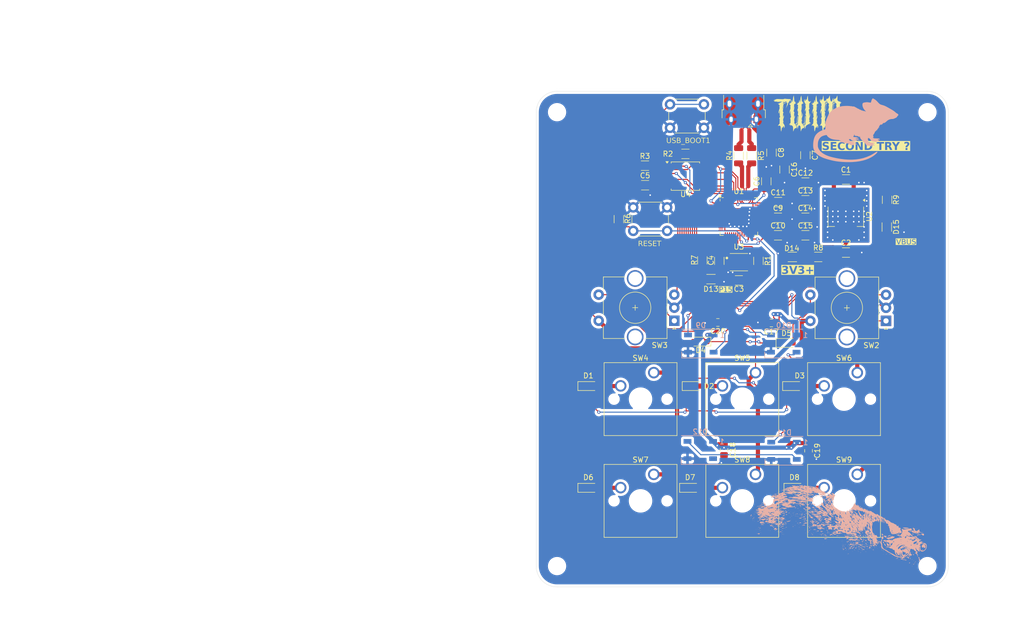
<source format=kicad_pcb>
(kicad_pcb (version 20240108) (generator "pcbnew") (generator_version "8.0")
  (layers (0 "F.Cu" signal) (31 "B.Cu" signal) (34 "B.Paste" user) (35 "F.Paste" user) (36 "B.SilkS" user "B.Silkscreen") (37 "F.SilkS" user "F.Silkscreen") (38 "B.Mask" user) (39 "F.Mask" user) (44 "Edge.Cuts" user))
  (net 0 "")
  (net 1 "GND")
  (net 2 "VBUS")
  (net 3 "+3V3")
  (net 4 "Net-(C3-Pad2)")
  (net 5 "XIN")
  (net 6 "Net-(U1-VREG_VOUT)")
  (net 7 "ROW_B")
  (net 8 "Net-(D1-A)")
  (net 9 "Net-(D2-A)")
  (net 10 "Net-(D3-A)")
  (net 11 "Net-(D4-A)")
  (net 12 "ROW_A")
  (net 13 "Net-(D5-A)")
  (net 14 "Net-(D6-A)")
  (net 15 "ROW_C")
  (net 16 "Net-(D7-A)")
  (net 17 "Net-(D8-A)")
  (net 18 "LED")
  (net 19 "Net-(D10-DIN)")
  (net 20 "Net-(D10-DOUT)")
  (net 21 "LEDS")
  (net 22 "USB_D-")
  (net 23 "USB_D+")
  (net 25 "XOUT")
  (net 26 "QSPI_SS")
  (net 27 "Net-(R3-Pad1)")
  (net 28 "Net-(U1-USB_DP)")
  (net 29 "Net-(U1-USB_DM)")
  (net 30 "Net-(U1-RUN)")
  (net 31 "ENC_SB2")
  (net 32 "ENC_SA2")
  (net 33 "COL_C")
  (net 34 "ENC_SA")
  (net 35 "ENC_SB")
  (net 36 "COL_A")
  (net 37 "COL_B")
  (net 40 "QSPI_SD3")
  (net 41 "QSPI_SD1")
  (net 44 "Net-(D13-A)")
  (net 60 "QSPI_SCLK")
  (net 63 "QSPI_SD0")
  (net 64 "QSPI_SD2")
  (net 66 "TEST_LED")
  (net 67 "Net-(D14-A)")
  (net 68 "Net-(D15-A)")
  (footprint "Button_Switch_THT:SW_PUSH_6mm" (layer "F.Cu") (at 104.1 80.75)
    (property "Reference" "RESET")
    (property "Value" "SW_Push")
  )
  (footprint "Resistor_SMD:R_1206_3216Metric" (layer "F.Cu") (at 139.5625 90.25 180)
    (property "Reference" "R8")
    (property "Value" "R")
  )
  (footprint "Package_SO:SOIC-8_5.23x5.23mm_P1.27mm" (layer "F.Cu") (at 114.1 74.75)
    (property "Reference" "U4")
    (property "Value" "W25Q128JVS")
  )
  (footprint "Capacitor_SMD:C_1206_3216Metric" (layer "F.Cu") (at 137.1 70.75 -90)
    (property "Reference" "C7")
    (property "Value" "100n")
  )
  (footprint "Diode_SMD:D_SOD-323_HandSoldering" (layer "F.Cu") (at 95.5 134.5)
    (property "Reference" "D6")
    (property "Value" "D")
  )
  (footprint "Capacitor_SMD:C_1206_3216Metric" (layer "F.Cu") (at 129.6 75.75 90)
    (property "Reference" "C6")
    (property "Value" "1u")
  )
  (footprint "Rotary_Encoder:RotaryEncoder_Alps_EC11E-Switch_Vertical_H20mm_CircularMountingHoles" (layer "F.Cu") (at 111.975 102.475 180)
    (property "Reference" "SW3")
    (property "Value" "RotaryEncoder_Switch")
  )
  (footprint "Connector_USB:USB_Micro-B_Amphenol_10103594-0001LF_Horizontal" (layer "F.Cu") (at 125.25 61.985 180)
    (property "Reference" "J1" (hide yes))
    (property "Value" "USB_B_Micro")
  )
  (footprint "Inductor_SMD:L_1206_3216Metric" (layer "F.Cu") (at 134.6 90.25)
    (property "Reference" "D14")
    (property "Value" "LED")
  )
  (footprint "Resistor_SMD:R_1206_3216Metric" (layer "F.Cu") (at 128.1 91 90)
    (property "Reference" "R1")
    (property "Value" "1k")
  )
  (footprint "Capacitor_SMD:C_1206_3216Metric" (layer "F.Cu") (at 137.1 79.4)
    (property "Reference" "C13")
    (property "Value" "100n")
  )
  (footprint "Resistor_SMD:R_1206_3216Metric" (layer "F.Cu") (at 124.3 70.84375 -90)
    (property "Reference" "R4")
    (property "Value" "27.4")
  )
  (footprint "Diode_SMD:D_SOD-323_HandSoldering" (layer "F.Cu") (at 115 134.5)
    (property "Reference" "D7")
    (property "Value" "D")
  )
  (footprint "Button_Switch_Keyboard:SW_Cherry_MX_1.00u_PCB" (layer "F.Cu") (at 108.04 112.42)
    (property "Reference" "SW4")
    (property "Value" "SW_Push")
  )
  (footprint "Capacitor_SMD:C_0805_2012Metric_Pad1.18x1.45mm_HandSolder" (layer "F.Cu") (at 130.575 102.9 180)
    (property "Reference" "C17")
    (property "Value" "0.1µ")
  )
  (footprint "Capacitor_SMD:C_0805_2012Metric_Pad1.18x1.45mm_HandSolder" (layer "F.Cu") (at 137.7 127.4 -90)
    (property "Reference" "C19")
    (property "Value" "0.1µ")
  )
  (footprint "Button_Switch_THT:SW_PUSH_6mm" (layer "F.Cu") (at 117.65 65.5 180)
    (property "Reference" "USB_BOOT1")
    (property "Value" "SW_Push")
  )
  (footprint "Capacitor_SMD:C_1206_3216Metric" (layer "F.Cu") (at 131.85 82.75)
    (property "Reference" "C9")
    (property "Value" "100n")
  )
  (footprint "Capacitor_SMD:C_1206_3216Metric" (layer "F.Cu") (at 133.1 73.5 -90)
    (property "Reference" "C16")
    (property "Value" "1u")
  )
  (footprint "Resistor_SMD:R_1206_3216Metric" (layer "F.Cu") (at 117.35 90.9 -90)
    (property "Reference" "R7")
    (property "Value" "R")
  )
  (footprint "MountingHole:MountingHole_3mm" (layer "F.Cu") (at 160.5 149.5)
    (property "Reference" "H4" (hide yes))
    (property "Value" "MountingHole")
  )
  (footprint "Diode_SMD:D_SOD-323_HandSoldering" (layer "F.Cu") (at 133.475 106.725)
    (property "Reference" "D5")
    (property "Value" "D")
  )
  (footprint "Resistor_SMD:R_1206_3216Metric" (layer "F.Cu") (at 126.8 70.84375 -90)
    (property "Reference" "R5")
    (property "Value" "27.4")
  )
  (footprint "Capacitor_SMD:C_1206_3216Metric" (layer "F.Cu") (at 137.1 76)
    (property "Reference" "C12")
    (property "Value" "100n")
  )
  (footprint "Capacitor_SMD:C_1206_3216Metric" (layer "F.Cu") (at 137.1 86.1)
    (property "Reference" "C15")
    (property "Value" "100n")
  )
  (footprint "rp_2040_symbols:ABM8-272-T3-crystal" (layer "F.Cu") (at 124.35 91.25)
    (property "Reference" "U3")
    (property "Value" "ABM8-272-T3")
  )
  (footprint "Resistor_SMD:R_1206_3216Metric" (layer "F.Cu") (at 106.35 72.75)
    (property "Reference" "R3")
    (property "Value" "1K")
  )
  (footprint "Rotary_Encoder:RotaryEncoder_Alps_EC11E-Switch_Vertical_H20mm_CircularMountingHoles" (layer "F.Cu") (at 152.55 102.5 180)
    (property "Reference" "SW2")
    (property "Value" "RotaryEncoder_Switch")
  )
  (footprint "Resistor_SMD:R_1206_3216Metric" (layer "F.Cu") (at 152.75 79.29375 -90)
    (property "Reference" "R9")
    (property "Value" "R")
  )
  (footprint "Resistor_SMD:R_1206_3216Metric" (layer "F.Cu") (at 114.1 70.5 180)
    (property "Reference" "R2")
    (property "Value" "DNC")
  )
  (footprint "MountingHole:MountingHole_3mm" (layer "F.Cu") (at 160.5 62.5)
    (property "Reference" "H2" (hide yes))
    (property "Value" "MountingHole")
  )
  (footprint "LOGO" (layer "F.Cu") (at 137.5 62.75)
    (property "Reference" "G***" (hide yes))
    (property "Value" "LOGO" (hide yes))
  )
  (footprint "Capacitor_SMD:C_1206_3216Metric" (layer "F.Cu") (at 144.875 75.4)
    (property "Reference" "C1")
    (property "Value" "10u")
  )
  (footprint "Diode_SMD:D_SOD-323_HandSoldering" (layer "F.Cu") (at 135 134.5)
    (property "Reference" "D8")
    (property "Value" "D")
  )
  (footprint "Package_DFN_QFN:QFN-56-1EP_7x7mm_P0.4mm_EP3.2x3.2mm" (layer "F.Cu") (at 124.35 82.5)
    (property "Reference" "U1")
    (property "Value" "RP2040")
  )
  (footprint "Capacitor_SMD:C_0805_2012Metric_Pad1.18x1.45mm_HandSolder" (layer "F.Cu") (at 120.325 102.8 180)
    (property "Reference" "C20")
    (property "Value" "0.1µ")
  )
  (footprint "Diode_SMD:D_SOD-323_HandSoldering" (layer "F.Cu") (at 115.5 115)
    (property "Reference" "D2")
    (property "Value" "D")
  )
  (footprint "Capacitor_SMD:C_1206_3216Metric" (layer "F.Cu") (at 131.875 79.75)
    (property "Reference" "C11")
    (property "Value" "100n")
  )
  (footprint "Resistor_SMD:R_1206_3216Metric" (layer "F.Cu") (at 101.35 83 -90)
    (property "Reference" "R6")
    (property "Value" "10k")
  )
  (footprint "Capacitor_SMD:C_1206_3216Metric" (layer "F.Cu") (at 144.875 89.4)
    (property "Reference" "C2")
    (property "Value" "10u")
  )
  (footprint "Button_Switch_Keyboard:SW_Cherry_MX_1.00u_PCB" (layer "F.Cu") (at 147.04 131.92)
    (property "Reference" "SW9")
    (property "Value" "SW_Push")
  )
  (footprint "Button_Switch_Keyboard:SW_Cherry_MX_1.00u_PCB" (layer "F.Cu") (at 147.04 112.42)
    (property "Reference" "SW6")
    (property "Value" "SW_Push")
  )
  (footprint "MountingHole:MountingHole_3mm" (layer "F.Cu") (at 89.5 62.5)
    (property "Reference" "H1" (hide yes))
    (property "Value" "MountingHole")
  )
  (footprint "Button_Switch_Keyboard:SW_Cherry_MX_1.00u_PCB" (layer "F.Cu") (at 127.54 112.42)
    (property "Reference" "SW5")
    (property "Value" "SW_Push")
  )
  (footprint "Capacitor_SMD:C_1206_3216Metric" (layer "F.Cu") (at 137.1 82.75)
    (property "Reference" "C14")
    (property "Value" "100n")
  )
  (footprint "Capacitor_SMD:C_1206_3216Metric" (layer "F.Cu") (at 131.85 86.1)
    (property "Reference" "C10")
    (property "Value" "100n")
  )
  (footprint "Package_TO_SOT_SMD:SOT-223-3_TabPin2" (layer "F.Cu") (at 144.85 82.5 -90)
    (property "Reference" "U2")
    (property "Value" "AMS1117-3.3")
  )
  (footprint "Diode_SMD:D_SOD-323_HandSoldering" (layer "F.Cu") (at 134.75 115)
    (property "Reference" "D3")
    (property "Value" "D")
  )
  (footprint "Capacitor_SMD:C_1206_3216Metric" (layer "F.Cu") (at 124.35 94.75)
    (property "Reference" "C3")
    (property "Value" "15p")
  )
  (footprint "Inductor_SMD:L_1206_3216Metric" (layer "F.Cu") (at 119 94.5 180)
    (property "Reference" "D13")
    (property "Value" "LED")
  )
  (footprint "Button_Switch_Keyboard:SW_Cherry_MX_1.00u_PCB" (layer "F.Cu") (at 108.04 131.92)
    (property "Reference" "SW7")
    (property "Value" "SW_Push")
  )
  (footprint "Capacitor_SMD:C_0805_2012Metric_Pad1.18x1.45mm_HandSolder" (layer "F.Cu") (at 121.5 127.2 -90)
    (property "Reference" "C18")
    (property "Value" "0.1µ")
  )
  (footprint "Capacitor_SMD:C_1206_3216Metric" (layer "F.Cu") (at 106.375 76.5)
    (property "Reference" "C5")
    (property "Value" "100n")
  )
  (footprint "Capacitor_SMD:C_1206_3216Metric" (layer "F.Cu") (at 120.6 91 90)
    (property "Reference" "C4")
    (property "Value" "15p")
  )
  (footprint "Diode_SMD:D_SOD-323_HandSoldering" (layer "F.Cu") (at 95.5 115)
    (property "Reference" "D1")
    (property "Value" "D")
  )
  (footprint "Inductor_SMD:L_1206_3216Metric" (layer "F.Cu") (at 152.7 84.51875 90)
    (property "Reference" "D15")
    (property "Value" "LED")
  )
  (footprint "MountingHole:MountingHole_3mm" (layer "F.Cu") (at 89.5 149.5)
    (property "Reference" "H3" (hide yes))
    (property "Value" "MountingHole")
  )
  (footprint "Capacitor_SMD:C_1206_3216Metric" (layer "F.Cu") (at 130.6 70.25 -90)
    (property "Reference" "C8")
    (property "Value" "100n")
  )
  (footprint "Button_Switch_Keyboard:SW_Cherry_MX_1.00u_PCB" (layer "F.Cu") (at 127.54 131.92)
    (property "Reference" "SW8")
    (property "Value" "SW_Push")
  )
  (footprint "Diode_SMD:D_SOD-323_HandSoldering" (layer "F.Cu") (at 116.975 106.475 180)
    (property "Reference" "D4")
    (property "Value" "D")
  )
  (footprint "LOGO" (layer "B.Cu") (at 146.75 66 180)
    (property "Reference" "G***")
    (property "Value" "LOGO" (hide yes))
  )
  (footprint "LED_SMD:LED_WS2812B_PLCC4_5.0x5.0mm_P3.2mm" (layer "B.Cu") (at 133 127.4 180)
    (property "Reference" "D11")
    (property "Value" "WS2812B")
  )
  (footprint "LED_SMD:LED_WS2812B_PLCC4_5.0x5.0mm_P3.2mm" (layer "B.Cu") (at 117.05 106.85 180)
    (property "Reference" "D9")
    (property "Value" "WS2812B")
  )
  (footprint "LOGO" (layer "B.Cu") (at 143.75 142.5 180)
    (property "Reference" "G***")
    (property "Value" "LOGO" (hide yes))
  )
  (footprint "LED_SMD:LED_WS2812B_PLCC4_5.0x5.0mm_P3.2mm" (layer "B.Cu") (at 132.95 106.85 180)
    (property "Reference" "D10")
    (property "Value" "WS2812B")
  )
  (footprint "LED_SMD:LED_WS2812B_PLCC4_5.0x5.0mm_P3.2mm" (layer "B.Cu") (at 116.95 127.25 180)
    (property "Reference" "D12")
    (property "Value" "WS2812B")
  )
  (gr_line (start 160.5 153.5) (end 89.5 153.5) (stroke (width 0.05)) (layer "Edge.Cuts"))
  (gr_arc (start 164.5 149.5) (mid 163.328427 152.328427) (end 160.5 153.5) (stroke (width 0.05)) (layer "Edge.Cuts"))
  (gr_line (start 85.5 62.5) (end 85.5 149.5) (stroke (width 0.05)) (layer "Edge.Cuts"))
  (gr_line (start 164.5 62.5) (end 164.5 149.5) (stroke (width 0.05)) (layer "Edge.Cuts"))
  (gr_arc (start 160.5 58.5) (mid 163.328427 59.671573) (end 164.5 62.5) (stroke (width 0.05)) (layer "Edge.Cuts"))
  (gr_arc (start 89.5 153.5) (mid 86.671573 152.328427) (end 85.5 149.5) (stroke (width 0.05)) (layer "Edge.Cuts"))
  (gr_arc (start 85.5 62.5) (mid 86.671573 59.671573) (end 89.5 58.5) (stroke (width 0.05)) (layer "Edge.Cuts"))
  (gr_line (start 89.5 58.5) (end 160.5 58.5) (stroke (width 0.05)) (layer "Edge.Cuts"))
  (gr_text "P15\n\n\n" (at 120.5 100.5 0) (layer "F.SilkS" knockout) (effects (font (size 1 1)) (justify left bottom)))
  (gr_text "3V3+\n" (at 132.5 93.75 0) (layer "F.SilkS" knockout) (effects (font (size 1.5 1.5) (thickness 0.3) (bold yes) (italic yes)) (justify left bottom)))
  (gr_text "VBUS" (at 154.5 88 0) (layer "F.SilkS" knockout) (effects (font (size 1 1)) (justify left bottom)))
  (gr_text "SECOND TRY ?\n" (at 140.25 70 0) (layer "F.SilkS" knockout) (effects (font (size 1.5 1.5) (thickness 0.3) (bold yes)) (justify left bottom)))
  (segment (start 120.575 94.5) (end 121 94.5) (width 0.2) (layer "F.Cu") (net 1))
  (segment (start 120.6 92.475) (end 121.575 92.475) (width 0.2) (layer "F.Cu") (net 1))
  (segment (start 124.35 82.8) (end 122.75 84.4) (width 0.2) (layer "F.Cu") (net 1))
  (segment (start 152.7 86.09375) (end 155.40625 86.09375) (width 0.8) (layer "F.Cu") (net 1))
  (segment (start 152 100) (end 151.2 99.2) (width 0.2) (layer "F.Cu") (net 1))
  (segment (start 118.85 102.8) (end 118 102.8) (width 0.8) (layer "F.Cu") (net 1))
  (segment (start 138.575 86.1) (end 138.575 87.225) (width 0.2) (layer "F.Cu") (net 1))
  (segment (start 133.1 74.975) (end 133.1 76) (width 0.2) (layer "F.Cu") (net 1))
  (segment (start 155.40625 86.09375) (end 156 85.5) (width 0.8) (layer "F.Cu") (net 1))
  (segment (start 129.6 74.275) (end 129.6 73) (width 0.2) (layer "F.Cu") (net 1))
  (segment (start 130.6 71.725) (end 130.6 72.75) (width 0.2) (layer "F.Cu") (net 1))
  (segment (start 147.35 76) (end 146.95 76) (width 0.8) (layer "F.Cu") (net 1))
  (segment (start 124.35 82.5) (end 124.35 84.4) (width 0.2) (layer "F.Cu") (net 1))
  (segment (start 107.85 76.5) (end 107.85 77.9) (width 0.2) (layer "F.Cu") (net 1))
  (segment (start 139.35 84.5) (end 139.35 83.525) (width 0.2) (layer "F.Cu") (net 1))
  (segment (start 134.3 82.75) (end 134.55 83) (width 0.2) (layer "F.Cu") (net 1))
  (segment (start 128.1 102.9) (end 128 102.8) (width 0.2) (layer "F.Cu") (net 1))
  (segment (start 126.235 60.6) (end 127.735 60.6) (width 0.8) (layer "F.Cu") (net 1))
  (segment (start 107.85 77.9) (end 107.35 78.4) (width 0.2) (layer "F.Cu") (net 1))
  (segment (start 121.575 92.475) (end 122.289062 93.189062) (width 0.2) (layer "F.Cu") (net 1))
  (segment (start 123.4 92.05) (end 125 90.45) (width 0.2) (layer "F.Cu") (net 1))
  (segment (start 125.45 90.45) (end 126.0875 90.45) (width 0.2) (layer "F.Cu") (net 1))
  (segment (start 118 102.8) (end 117.9 102.9) (width 0.2) (layer "F.Cu") (net 1))
  (segment (start 122.495 63.75) (end 122.375 63.87) (width 0.2) (layer "F.Cu") (net 1))
  (segment (start 134.30907 79.75) (end 134.55 79.99093) (width 0.2) (layer "F.Cu") (net 1))
  (segment (start 146.35 78.55) (end 147.15 79.35) (width 0.8) (layer "F.Cu") (net 1))
  (segment (start 147.35 76) (end 148.35 76) (width 0.8) (layer "F.Cu") (net 1))
  (segment (start 124.35 82.5) (end 124.35 82.8) (width 0.2) (layer "F.Cu") (net 1))
  (segment (start 123.896692 82.5) (end 122.50125 83.895442) (width 0.2) (layer "F.Cu") (net 1))
  (segment (start 129.1 102.9) (end 128.1 102.9) (width 0.8) (layer "F.Cu") (net 1))
  (segment (start 125.65 82.5) (end 126.25 83.1) (width 0.2) (layer "F.Cu") (net 1))
  (segment (start 139.35 83.525) (end 138.575 82.75) (width 0.2) (layer "F.Cu") (net 1))
  (segment (start 126.235 60.6) (end 127.1 60.6) (width 0.8) (layer "F.Cu") (net 1))
  (segment (start 137.1 72.225) (end 137.1 73.25) (width 0.2) (layer "F.Cu") (net 1))
  (segment (start 124.35 82.5) (end 125.65 82.5) (width 0.2) (layer "F.Cu") (net 1))
  (segment (start 146.95 76) (end 146.35 75.4) (width 0.8) (layer "F.Cu") (net 1))
  (segment (start 121.5 128.675) (end 121.5 129.2) (width 0.2) (layer "F.Cu") (net 1))
  (segment (start 121 94.5) (end 121.5 95) (width 0.2) (layer "F.Cu") (net 1))
  (segment (start 137.7 128.875) (end 139.075 128.875) (width 0.2) (layer "F.Cu") (net 1))
  (segment (start 125.45 82.5) (end 126.35 81.6) (width 0.2) (layer "F.Cu") (net 1))
  (segment (start 124.35 83.6) (end 125.15 84.4) (width 0.2) (layer "F.Cu") (net 1))
  (segment (start 125.6 90.45) (end 126.45 89.6) (width 0.2) (layer "F.Cu") (net 1))
  (segment (start 125.45 90.45) (end 125.6 90.45) (width 0.2) (layer "F.Cu") (net 1))
  (segment (start 139.075 128.875) (end 139.2 129) (width 0.2) (layer "F.Cu") (net 1))
  (segment (start 124.35 82.5) (end 124.35 82.9) (width 0.2) (layer "F.Cu") (net 1))
  (segment (start 122.289062 93.189062) (end 122.289063 93.189062) (width 0.2) (layer "F.Cu") (net 1))
  (segment (start 125.85 81) (end 124.35 82.5) (width 0.2) (layer "F.Cu") (net 1))
  (segment (start 121.5 129.2) (end 121 129.7) (width 0.2) (layer "F.Cu") (net 1))
  (segment (start 133.325 86.1) (end 133.325 87.225) (width 0.2) (layer "F.Cu") (net 1))
  (segment (start 123.25 93.1) (end 123.15 93.2) (width 0.2) (layer "F.Cu") (net 1))
  (segment (start 122.875 94.75) (end 120.6 92.475) (width 0.2) (layer "F.Cu") (net 1))
  (segment (start 138.85 79.675) (end 138.575 79.4) (width 0.2) (layer "F.Cu") (net 1))
  (segment (start 133.325 79.775) (end 133.35 79.75) (width 0.2) (layer "F.Cu") (net 1))
  (segment (start 125 90.45) (end 125.45 90.45) (width 0.2) (layer "F.Cu") (net 1))
  (segment (start 124.35 82.9) (end 125.85 84.4) (width 0.2) (layer "F.Cu") (net 1))
  (segment (start 125.65 83.8) (end 126.25 83.8) (width 0.2) (layer "F.Cu") (net 1))
  (segment (start 138.575 87.225) (end 138.85 87.5) (width 0.2) (layer "F.Cu") (net 1))
  (segment (start 146.35 75.4) (end 146.35 78.55) (width 0.8) (layer "F.Cu") (net 1))
  (segment (start 126.15 82.5) (end 126.35 82.3) (width 0.2) (layer "F.Cu") (net 1))
  (segment (start 124.35 82.5) (end 123.896692 82.5) (width 0.2) (layer "F.Cu") (net 1))
  (segment (start 123.125 92.05) (end 123.25 92.05) (width 0.2) (layer "F.Cu") (net 1))
  (segment (start 124.35 82.5) (end 126.15 82.5) (width 0.2) (layer "F.Cu") (net 1))
  (segment (start 138.575 76) (end 139.6 76) (width 0.2) (layer "F.Cu") (net 1))
  (segment (start 111.975 99.975) (end 112.425 99.975) (width 0.2) (layer "F.Cu") (net 1))
  (segment (start 133.325 82.75) (end 134.3 82.75) (width 0.2) (layer "F.Cu") (net 1))
  (segment (start 152.55 100) (end 152 100) (width 0.2) (layer "F.Cu") (net 1))
  (segment (start 124.315 60.6) (end 122.815 60.6) (width 0.8) (layer "F.Cu") (net 1))
  (segment (start 138.85 81) (end 138.85 79.675) (width 0.2) (layer "F.Cu") (net 1))
  (segment (start 123.25 92.05) (end 123.25 93.1) (width 0.2) (layer "F.Cu") (net 1))
  (segment (start 126.45 81) (end 125.85 81) (width 0.2) (layer "F.Cu") (net 1))
  (segment (start 107.85 76.5) (end 110.345 76.5) (width 0.2) (layer "F.Cu") (net 1))
  (segment (start 124.35 82.5) (end 125.45 82.5) (width 0.2) (layer "F.Cu") (net 1))
  (segment (start 110.345 76.5) (end 110.5 76.655) (width 0.2) (layer "F.Cu") (net 1))
  (segment (start 132.549828 90.25) (end 131.882255 89.582427) (width 0.2) (layer "F.Cu") (net 1))
  (segment (start 122.815 60.6) (end 122.545 60.87) (width 0.8) (layer "F.Cu") (net 1))
  (segment (start 122.289063 93.189062) (end 122.289063 93.189063) (width 0.2) (layer "F.Cu") (net 1))
  (segment (start 124.35 82.5) (end 124.35 83.6) (width 0.2) (layer "F.Cu") (net 1))
  (segment (start 133.35 79.75) (end 134.30907 79.75) (width 0.2) (layer "F.Cu") (net 1))
  (segment (start 123.25 92.05) (end 123.4 92.05) (width 0.2) (layer "F.Cu") (net 1))
  (segment (start 124.35 82.5) (end 125.65 83.8) (width 0.2) (layer "F.Cu") (net 1))
  (segment (start 133.025 90.25) (end 132.549828 90.25) (width 0.2) (layer "F.Cu") (net 1))
  (segment (start 146.35 89.4) (end 147.9 89.4) (width 0.2) (layer "F.Cu") (net 1))
  (segment (start 123.975 63.75) (end 122.495 63.75) (width 0.2) (layer "F.Cu") (net 1))
  (segment (start 122.289063 93.189063) (end 122.35 93.25) (width 0.2) (layer "F.Cu") (net 1))
  (segment (start 124.35 83.6) (end 123.55 84.4) (width 0.2) (layer "F.Cu") (net 1))
  (segment (start 127.735 60.6) (end 128.005 60.87) (width 0.8) (layer "F.Cu") (net 1))
  (segment (start 133.325 87.225) (end 133.6 87.5) (width 0.2) (layer "F.Cu") (net 1))
  (via (at 133.6 87.5) (size 0.6) (drill 0.3) (layers "F.Cu" "B.Cu") (net 1))
  (via (at 133.1 76) (size 0.6) (drill 0.3) (layers "F.Cu" "B.Cu") (net 1))
  (via (at 126.35 81.6) (size 0.6) (drill 0.3) (layers "F.Cu" "B.Cu") (net 1))
  (via (at 123.15 93.2) (size 0.6) (drill 0.3) (layers "F.Cu" "B.Cu") (net 1))
  (via (at 126.25 83.8) (size 0.6) (drill 0.3) (layers "F.Cu" "B.Cu") (net 1))
  (via (at 148.35 76) (size 0.6) (drill 0.3) (layers "F.Cu" "B.Cu") (net 1))
  (via (at 138.85 81) (size 0.6) (drill 0.3) (layers "F.Cu" "B.Cu") (net 1))
  (via (at 126.25 83.1) (size 0.6) (drill 0.3) (layers "F.Cu" "B.Cu") (net 1))
  (via (at 125.85 84.4) (size 0.6) (drill 0.3) (layers "F.Cu" "B.Cu") (net 1))
  (via (at 139.35 84.5) (size 0.6) (drill 0.3) (layers "F.Cu" "B.Cu") (net 1))
  (via (at 151.2 99.2) (size 0.6) (drill 0.3) (layers "F.Cu" "B.Cu") (net 1))
  (via (at 128 102.8) (size 0.6) (drill 0.3) (layers "F.Cu" "B.Cu") (net 1))
  (via (at 122.50125 83.895442) (size 0.6) (drill 0.3) (layers "F.Cu" "B.Cu") (net 1))
  (via (at 134.55 83) (size 0.6) (drill 0.3) (layers "F.Cu" "B.Cu") (net 1))
  (via (at 121.5 95) (size 0.6) (drill 0.3) (layers "F.Cu" "B.Cu") (net 1))
  (via (at 131.882255 89.582427) (size 0.6) (drill 0.3) (layers "F.Cu" "B.Cu") (net 1))
  (via (at 123.55 84.4) (size 0.6) (drill 0.3) (layers "F.Cu" "B.Cu") (net 1))
  (via (at 126.45 81) (size 0.6) (drill 0.3) (layers "F.Cu" "B.Cu") (net 1))
  (via (at 138.85 87.5) (size 0.6) (drill 0.3) (layers "F.Cu" "B.Cu") (net 1))
  (via (at 147.35 76) (size 0.6) (drill 0.3) (layers "F.Cu" "B.Cu") (net 1))
  (via (at 129.6 73) (size 0.6) (drill 0.3) (layers "F.Cu" "B.Cu") (net 1))
  (via (at 125.15 84.4) (size 0.6) (drill 0.3) (layers "F.Cu" "B.Cu") (net 1))
  (via (at 126.35 82.3) (size 0.6) (drill 0.3) (layers "F.Cu" "B.Cu") (net 1))
  (via (at 121 129.7) (size 0.6) (drill 0.3) (layers "F.Cu" "B.Cu") (net 1))
  (via (at 139.2 129) (size 0.6) (drill 0.3) (layers "F.Cu" "B.Cu") (net 1))
  (via (at 117.9 102.9) (size 0.6) (drill 0.3) (layers "F.Cu" "B.Cu") (net 1))
  (via (at 122.75 84.4) (size 0.6) (drill 0.3) (layers "F.Cu" "B.Cu") (net 1))
  (via (at 137.1 73.25) (size 0.6) (drill 0.3) (layers "F.Cu" "B.Cu") (net 1))
  (via (at 107.35 78.4) (size 0.6) (drill 0.3) (layers "F.Cu" "B.Cu") (net 1))
  (via (at 122.289063 93.189062) (size 0.6) (drill 0.3) (layers "F.Cu" "B.Cu") (net 1))
  (via (at 126.45 89.6) (size 0.6) (drill 0.3) (layers "F.Cu" "B.Cu") (net 1))
  (via (at 156 85.5) (size 0.6) (drill 0.3) (layers "F.Cu" "B.Cu") (net 1))
  (via (at 139.6 76) (size 0.6) (drill 0.3) (layers "F.Cu" "B.Cu") (net 1))
  (via (at 134.55 79.99093) (size 0.6) (drill 0.3) (layers "F.Cu" "B.Cu") (net 1))
  (via (at 147.9 89.4) (size 0.6) (drill 0.3) (layers "F.Cu" "B.Cu") (net 1))
  (via (at 124.35 84.4) (size 0.6) (drill 0.3) (layers "F.Cu" "B.Cu") (net 1))
  (via (at 130.6 72.75) (size 0.6) (drill 0.3) (layers "F.Cu" "B.Cu") (net 1))
  (segment (start 142.2 79.7) (end 142.55 79.35) (width 0.8) (layer "F.Cu") (net 2))
  (segment (start 132.05 101.45) (end 131.8 101.2) (width 0.2) (layer "F.Cu") (net 2))
  (segment (start 132.05 102.9) (end 131 101.85) (width 0.2) (layer "F.Cu") (net 2))
  (segment (start 150.35 75.5) (end 150.35 87.877207) (width 0.8) (layer "F.Cu") (net 2))
  (segment (start 138.6 68.15) (end 138.05 67.6) (width 0.8) (layer "F.Cu") (net 2))
  (segment (start 142.55 79.35) (end 142.55 76.25) (width 0.8) (layer "F.Cu") (net 2))
  (segment (start 138.6 73.05) (end 138.6 72) (width 0.8) (layer "F.Cu") (net 2))
  (segment (start 127.1 65.3) (end 127.15 65.3) (width 0.2) (layer "F.Cu") (net 2))
  (segment (start 138.6 72) (end 138.6 68.15) (width 0.8) (layer "F.Cu") (net 2))
  (segment (start 134.375 125.925) (end 133.5 126.8) (width 0.8) (layer "F.Cu") (net 2))
  (segment (start 152.5 112) (end 152.5 131.329949) (width 0.8) (layer "F.Cu") (net 2))
  (segment (start 129.05 67.3) (end 127.25 65.5) (width 0.8) (layer "F.Cu") (net 2))
  (segment (start 146.5 134.5) (end 137.925 125.925) (width 0.8) (layer "F.Cu") (net 2))
  (segment (start 139.1 72.5) (end 148.35 72.5) (width 0.8) (layer "F.Cu") (net 2))
  (segment (start 121.8 102.8) (end 119.4 105.2) (width 0.8) (layer "F.Cu") (net 2))
  (segment (start 152.5 131.329949) (end 149.329949 134.5) (width 0.8) (layer "F.Cu") (net 2))
  (segment (start 126.575 64.775) (end 127.1 65.3) (width 0.2) (layer "F.Cu") (net 2))
  (segment (start 121.5 126.1625) (end 120.4375 126.1625) (width 0.8) (layer "F.Cu") (net 2))
  (segment (start 135.275 125.925) (end 134.4 126.8) (width 0.8) (layer "F.Cu") (net 2))
  (segment (start 136 125.925) (end 135.275 125.925) (width 0.8) (layer "F.Cu") (net 2))
  (segment (start 132.05 101.875) (end 132.05 102.9) (width 0.2) (layer "F.Cu") (net 2))
  (segment (start 142.55 76.25) (end 143.4 75.4) (width 0.8) (layer "F.Cu") (net 2))
  (segment (start 121.5 125.725) (end 120.875 125.725) (width 0.2) (layer "F.Cu") (net 2))
  (segment (start 150.35 74.5) (end 150.35 75.5) (width 0.8) (layer "F.Cu") (net 2))
  (segment (start 152.175 77.325) (end 150.35 75.5) (width 0.8) (layer "F.Cu") (net 2))
  (segment (start 135 125.925) (end 134.375 125.925) (width 0.8) (layer "F.Cu") (net 2))
  (segment (start 154.5 92.027207) (end 154.5 110) (width 0.8) (layer "F.Cu") (net 2))
  (segment (start 137.7 125.925) (end 136 125.925) (width 0.8) (layer "F.Cu") (net 2))
  (segment (start 131 101.85) (end 131 101.2) (width 0.2) (layer "F.Cu") (net 2))
  (segment (start 138.6 72) (end 139.1 72.5) (width 0.8) (layer "F.Cu") (net 2))
  (segment (start 140.95 75.4) (end 138.6 73.05) (width 0.8) (layer "F.Cu") (net 2))
  (segment (start 137.925 125.925) (end 137.7 125.925) (width 0.8) (layer "F.Cu") (net 2))
  (segment (start 119.4 105.2) (end 118.3 105.2) (width 0.8) (layer "F.Cu") (net 2))
  (segment (start 148.35 72.5) (end 150.35 74.5) (width 0.8) (layer "F.Cu") (net 2))
  (segment (start 138.05 67.6) (end 129.35 67.6) (width 0.8) (layer "F.Cu") (net 2))
  (segment (start 121.5 126.1625) (end 121.5 126.8) (width 0.8) (layer "F.Cu") (net 2))
  (segment (start 132.425 101.5) (end 132.05 101.875) (width 0.2) (layer "F.Cu") (net 2))
  (segment (start 150.35 87.877207) (end 154.5 92.027207) (width 0.8) (layer "F.Cu") (net 2))
  (segment (start 137.7 125.925) (end 135 125.925) (width 0.2) (layer "F.Cu") (net 2))
  (segment (start 129.05 67.3) (end 129.35 67.6) (width 0.8) (layer "F.Cu") (net 2))
  (segment (start 143.4 75.4) (end 140.95 75.4) (width 0.8) (layer "F.Cu") (net 2))
  (segment (start 132.05 102.9) (end 132.05 101.45) (width 0.2) (layer "F.Cu") (net 2))
  (segment (start 120.4375 126.1625) (end 120.2 126.4) (width 0.8) (layer "F.Cu") (net 2))
  (segment (start 126.575 63.75) (end 126.575 64.775) (width 0.2) (layer "F.Cu") (net 2))
  (segment (start 154.5 110) (end 152.5 112) (width 0.8) (layer "F.Cu") (net 2))
  (segment (start 149.329949 134.5) (end 146.5 134.5) (width 0.8) (layer "F.Cu") (net 2))
  (via (at 131 101.2) (size 0.6) (drill 0.3) (layers "F.Cu" "B.Cu") (net 2))
  (via (at 131.8 101.2) (size 0.6) (drill 0.3) (layers "F.Cu" "B.Cu") (net 2))
  (via (at 132.425 101.5) (size 0.6) (drill 0.3) (layers "F.Cu" "B.Cu") (net 2))
  (via (at 133.5 126.8) (size 0.6) (drill 0.3) (layers "F.Cu" "B.Cu") (net 2))
  (via (at 118.3 105.2) (size 0.6) (drill 0.3) (layers "F.Cu" "B.Cu") (net 2))
  (via (at 135 125.925) (size 0.6) (drill 0.3) (layers "F.Cu" "B.Cu") (net 2))
  (via (at 121.5 126.8) (size 0.6) (drill 0.3) (layers "F.Cu" "B.Cu") (net 2))
  (via (at 134.4 126.8) (size 0.6) (drill 0.3) (layers "F.Cu" "B.Cu") (net 2))
  (via (at 120.2 126.4) (size 0.6) (drill 0.3) (layers "F.Cu" "B.Cu") (net 2))
  (via (at 136 125.925) (size 0.6) (drill 0.3) (layers "F.Cu" "B.Cu") (net 2))
  (segment (start 131.8 101.2) (end 131 101.2) (width 0.8) (layer "B.Cu") (net 2))
  (segment (start 135.4 102.672793) (end 133.672793 102.672793) (width 0.8) (layer "B.Cu") (net 2))
  (segment (start 120.6 126.8) (end 120.2 126.4) (width 0.8) (layer "B.Cu") (net 2))
  (segment (start 132.2 101.2) (end 131.8 101.2) (width 0.8) (layer "B.Cu") (net 2))
  (segment (start 134.4 126.8) (end 133.5 126.8) (width 0.8) (layer "B.Cu") (net 2))
  (segment (start 120.2 126.4) (end 119.4 125.6) (width 0.8) (layer "B.Cu") (net 2))
  (segment (start 117.6 110.1) (end 131 110.1) (width 0.8) (layer "B.Cu") (net 2))
  (segment (start 119.4 125.6) (end 117.5 123.7) (width 0.8) (layer "B.Cu") (net 2))
  (segment (start 135.4 102.672793) (end 135.4 105.2) (width 0.8) (layer "B.Cu") (net 2))
  (segment (start 117.5 110) (end 117.6 110.1) (width 0.8) (layer "B.Cu") (net 2))
  (segment (start 131 110.1) (end 135.4 105.7) (width 0.8) (layer "B.Cu") (net 2))
  (segment (start 119.5 105.2) (end 118.3 105.2) (width 0.8) (layer "B.Cu") (net 2))
  (segment (start 117.5 123.7) (end 117.5 110) (width 0.8) (layer "B.Cu") (net 2))
  (segment (start 117.5 107.2) (end 119.5 105.2) (width 0.8) (layer "B.Cu") (net 2))
  (segment (start 133.672793 102.672793) (end 132.2 101.2) (width 0.8) (layer "B.Cu") (net 2))
  (segment (start 133.5 126.8) (end 121.5 126.8) (width 0.8) (layer "B.Cu") (net 2))
  (segment (start 135.4 105.7) (end 135.4 105.2) (width 0.8) (layer "B.Cu") (net 2))
  (segment (start 135.45 125.75) (end 134.4 126.8) (width 0.8) (layer "B.Cu") (net 2))
  (segment (start 117.5 110) (end 117.5 107.2) (width 0.8) (layer "B.Cu") (net 2))
  (segment (start 121.5 126.8) (end 120.6 126.8) (width 0.8) (layer "B.Cu") (net 2))
  (segment (start 104.9 76.5) (end 105.784744 76.5) (width 0.2) (layer "F.Cu") (net 3))
  (segment (start 130.4 84.5) (end 130.4 87.05) (width 0.8) (layer "F.Cu") (net 3))
  (segment (start 135.625 76) (end 135.625 77.7) (width 0.8) (layer "F.Cu") (net 3))
  (segment (start 126.14636 80) (end 126.65 80) (width 0.2) (layer "F.Cu") (net 3))
  (segment (start 124.15 74.984314) (end 122.565686 73.4) (width 0.2) (layer "F.Cu") (net 3))
  (segment (start 105.784744 76.5) (end 108.784744 73.5) (width 0.2) (layer "F.Cu") (net 3))
  (segment (start 121.44636 83.5) (end 120.9125 83.5) (width 0.2) (layer "F.Cu") (net 3))
  (segment (start 144.85 82.5) (end 144.85 83.5) (width 0.8) (layer "F.Cu") (net 3))
  (segment (start 127.7875 79.9) (end 127.25364 79.9) (width 0.2) (layer "F.Cu") (net 3))
  (segment (start 120.9125 79.9) (end 121.44636 79.9) (width 0.2) (layer "F.Cu") (net 3))
  (segment (start 135.625 77.7) (end 135.625 86.1) (width 0.8) (layer "F.Cu") (net 3))
  (segment (start 144.85 87.95) (end 143.4 89.4) (width 0.8) (layer "F.Cu") (net 3))
  (segment (start 130.25 79.9) (end 130.4 79.75) (width 0.2) (layer "F.Cu") (net 3))
  (segment (start 129.625 83.5) (end 130.375 82.75) (width 0.2) (layer "F.Cu") (net 3))
  (segment (start 115.5625 72.436029) (end 115.5625 70.5) (width 0.2) (layer "F.Cu") (net 3))
  (segment (start 128.85 83.5) (end 129.625 83.5) (width 0.2) (layer "F.Cu") (net 3))
  (segment (start 144.85 83.5) (end 144.85 85.65) (width 0.8) (layer "F.Cu") (net 3))
  (segment (start 124.55 79.6) (end 124.55 79.0625) (width 0.2) (layer "F.Cu") (net 3))
  (segment (start 130.4 87.05) (end 131.75 88.4) (width 0.8) (layer "F.Cu") (net 3))
  (segment (start 122.565686 73.4) (end 120.85 73.4) (width 0.2) (layer "F.Cu") (net 3))
  (segment (start 130.4 86.075) (end 130.375 86.1) (width 0.8) (layer "F.Cu") (net 3))
  (segment (start 124.75 79.8) (end 124.55 79.6) (width 0.2) (layer "F.Cu") (net 3))
  (segment (start 127.7875 79.9) (end 127.15 79.9) (width 0.2) (layer "F.Cu") (net 3))
  (segment (start 126.65 80) (end 126.95 79.7) (width 0.2) (layer "F.Cu") (net 3))
  (segment (start 117.7 72.845) (end 120.295 72.845) (width 0.2) (layer "F.Cu") (net 3))
  (segment (start 135.625 77.7) (end 132.45 77.7) (width 0.8) (layer "F.Cu") (net 3))
  (segment (start 124.55 79.0625) (end 124.55 77.333699) (width 0.2) (layer "F.Cu") (net 3))
  (segment (start 128.85 86.792821) (end 128.042821 87.6) (width 0.2) (layer "F.Cu") (net 3))
  (segment (start 119 79.5) (end 119.4 79.9) (width 0.2) (layer "F.Cu") (net 3))
  (segment (start 133.1 72.025) (end 135.625 74.55) (width 0.8) (layer "F.Cu") (net 3))
  (segment (start 124.85 87.4) (end 124.55 87.1) (width 0.2) (layer "F.Cu") (net 3))
  (segment (start 141.875 89.4) (end 141.025 90.25) (width 0.8) (layer "F.Cu") (net 3))
  (segment (start 120.295 72.845) (end 120.85 73.4) (width 0.2) (layer "F.Cu") (net 3))
  (segment (start 125.35364 80) (end 126.14636 80) (width 0.2) (layer "F.Cu") (net 3))
  (segment (start 126.14636 80) (end 126.55 79.59636) (width 0.2) (layer "F.Cu") (net 3))
  (segment (start 124.15 76.933699) (end 124.15 74.984314) (width 0.2) (layer "F.Cu") (net 3))
  (segment (start 144.85 85.65) (end 144.85 87.95) (width 0.8) (layer "F.Cu") (net 3))
  (segment (start 127.7875 79.9) (end 130.25 79.9) (width 0.2) (layer "F.Cu") (net 3))
  (segment (start 127.25364 83.5) (end 127.7875 83.5) (width 0.2) (layer "F.Cu") (net 3))
  (segment (start 135.625 74.55) (end 135.625 76) (width 0.8) (layer "F.Cu") (net 3))
  (segment (start 142.4 88.4) (end 143.4 89.4) (width 0.8) (layer "F.Cu") (net 3))
  (segment (start 130.4 79.75) (end 130.4 84.5) (width 0.8) (layer "F.Cu") (net 3))
  (segment (start 127.05 83.29636) (end 127.25364 83.5) (width 0.2) (layer "F.Cu") (net 3))
  (segment (start 124.55 77.333699) (end 124.15 76.933699) (width 0.2) (layer "F.Cu") (net 3))
  (segment (start 130.4 84.5) (end 130.4 86.075) (width 0.8) (layer "F.Cu") (net 3))
  (segment (start 104.9 77.21875) (end 104.9 76.5) (width 0.2) (layer "F.Cu") (net 3))
  (segment (start 127.7875 83.5) (end 128.85 83.5) (width 0.2) (layer "F.Cu") (net 3))
  (segment (start 121.54818 80.00182) (end 121.65 80.10364) (width 0.2) (layer "F.Cu") (net 3))
  (segment (start 124.95 79.0625) (end 124.95 79.59636) (width 0.2) (layer "F.Cu") (net 3))
  (segment (start 101.35 80.76875) (end 104.9 77.21875) (width 0.2) (layer "F.Cu") (net 3))
  (segment (start 121.44636 79.9) (end 121.54818 80.00182) (width 0.2) (layer "F.Cu") (net 3))
  (segment (start 124.95 79.6) (end 124.75 79.8) (width 0.2) (layer "F.Cu") (net 3))
  (segment (start 132.45 77.7) (end 130.4 79.75) (width 0.8) (layer "F.Cu") (net 3))
  (segment (start 119.4 79.9) (end 120.9125 79.9) (width 0.2) (layer "F.Cu") (net 3))
  (segment (start 120.37864 83.5) (end 120.9125 83.5) (width 0.2) (layer "F.Cu") (net 3))
  (segment (start 124.95 79.0625) (end 124.95 79.6) (width 0.2) (layer "F.Cu") (net 3))
  (segment (start 127.15 79.9) (end 126.95 79.7) (width 0.2) (layer "F.Cu") (net 3))
  (segment (start 131.75 88.4) (end 137.925 88.4) (width 0.8) (layer "F.Cu") (net 3))
  (segment (start 144.85 81.5) (end 144.85 82.5) (width 0.8) (layer "F.Cu") (net 3))
  (segment (start 144.85 79.35) (end 144.85 81.5) (width 0.8) (layer "F.Cu") (net 3))
  (segment (start 124.55 87.1) (end 124.55 85.9375) (width 0.2) (layer "F.Cu") (net 3))
  (segment (start 117.7 72.6375) (end 117.7 72.845) (width 0.2) (layer "F.Cu") (net 3))
  (segment (start 127.05 80.10364) (end 127.05 83.29636) (width 0.2) (layer "F.Cu") (net 3))
  (segment (start 124.95 79.59636) (end 125.35364 80) (width 0.2) (layer "F.Cu") (net 3))
  (segment (start 135.625 86.1) (end 137.925 88.4) (width 0.8) (layer "F.Cu") (net 3))
  (segment (start 126.55 79.59636) (end 126.55 79.0625) (width 0.2) (layer "F.Cu") (net 3))
  (segment (start 137.925 88.4) (end 142.4 88.4) (width 0.8) (layer "F.Cu") (net 3))
  (segment (start 143.4 89.4) (end 141.875 89.4) (width 0.8) (layer "F.Cu") (net 3))
  (segment (start 121.65 80.10364) (end 121.65 83.29636) (width 0.2) (layer "F.Cu") (net 3))
  (segment (start 101.35 81.5375) (end 101.35 80.76875) (width 0.2) (layer "F.Cu") (net 3))
  (segment (start 127.25364 79.9) (end 127.05 80.10364) (width 0.2) (layer "F.Cu") (net 3))
  (segment (start 128.85 83.5) (end 128.85 86.792821) (width 0.2) (layer "F.Cu") (net 3))
  (segment (start 126.95 79.7) (end 126.95 79.0625) (width 0.2) (layer "F.Cu") (net 3))
  (segment (start 115.5625 70.5) (end 117.7 72.6375) (width 0.2) (layer "F.Cu") (net 3))
  (segment (start 114.498529 73.5) (end 115.5625 72.436029) (width 0.2) (layer "F.Cu") (net 3))
  (segment (start 108.784744 73.5) (end 114.498529 73.5) (width 0.2) (layer "F.Cu") (net 3))
  (segment (start 121.65 83.29636) (end 121.44636 83.5) (width 0.2) (layer "F.Cu") (net 3))
  (via (at 148.85 79.5) (size 0.6) (drill 0.3) (layers "F.Cu" "B.Cu") (net 3))
  (via (at 147.35 87) (size 0.6) (drill 0.3) (layers "F.Cu" "B.Cu") (net 3))
  (via (at 143.35 83.5) (size 0.6) (drill 0.3) (layers "F.Cu" "B.Cu") (net 3))
  (via (at 140.85 80.5) (size 0.6) (drill 0.3) (layers "F.Cu" "B.Cu") (net 3))
  (via (at 124.85 87.4) (size 0.6) (drill 0.3) (layers "F.Cu" "B.Cu") (net 3))
  (via (at 142.35 83.5) (size 0.6) (drill 0.3) (layers "F.Cu" "B.Cu") (net 3))
  (via (at 141.35 83.5) (size 0.6) (drill 0.3) (layers "F.Cu" "B.Cu") (net 3))
  (via (at 143.35 81.5) (size 0.6) (drill 0.3) (layers "F.Cu" "B.Cu") (net 3))
  (via (at 148.35 81.5) (size 0.6) (drill 0.3) (layers "F.Cu" "B.Cu") (net 3))
  (via (at 146.35 83.5) (size 0.6) (drill 0.3) (layers "F.Cu" "B.Cu") (net 3))
  (via (at 141.35 82.5) (size 0.6) (drill 0.3) (layers "F.Cu" "B.Cu") (net 3))
  (via (at 148.85 78.5) (size 0.6) (drill 0.3) (layers "F.Cu" "B.Cu") (net 3))
  (via (at 148.35 84.5) (size 0.6) (drill 0.3) (layers "F.Cu" "B.Cu") (net 3))
  (via (at 146.35 81.5) (size 0.6) (drill 0.3) (layers "F.Cu" "B.Cu") (net 3))
  (via (at 120.85 73.4) (size 0.6) (drill 0.3) (layers "F.Cu" "B.Cu") (net 3))
  (via (at 140.85 78.5) (size 0.6) (drill 0.3) (layers "F.Cu" "B.Cu") (net 3))
  (via (at 148.35 85.5) (size 0.6) (drill 0.3) (layers "F.Cu" "B.Cu") (net 3))
  (via (at 140.85 79.5) (size 0.6) (drill 0.3) (layers "F.Cu" "B.Cu") (net 3))
  (via (at 144.85 81.5) (size 0.6) (drill 0.3) (layers "F.Cu" "B.Cu") (net 3))
  (via (at 147.35 82.5) (size 0.6) (drill 0.3) (layers "F.Cu" "B.Cu") (net 3))
  (via (at 147.35 81.5) (size 0.6) (drill 0.3) (layers "F.Cu" "B.Cu") (net 3))
  (via (at 142.35 87) (size 0.6) (drill 0.3) (layers "F.Cu" "B.Cu") (net 3))
  (via (at 148.35 83.5) (size 0.6) (drill 0.3) (layers "F.Cu" "B.Cu") (net 3))
  (via (at 148.35 82.5) (size 0.6) (drill 0.3) (layers "F.Cu" "B.Cu") (net 3))
  (via (at 144.85 83.5) (size 0.6) (drill 0.3) (layers "F.Cu" "B.Cu") (net 3))
  (via (at 147.35 83.5) (size 0.6) (drill 0.3) (layers "F.Cu" "B.Cu") (net 3))
  (via (at 148.85 77.5) (size 0.6) (drill 0.3) (layers "F.Cu" "B.Cu") (net 3))
  (via (at 141.35 84.5) (size 0.6) (drill 0.3) (layers "F.Cu" "B.Cu") (net 3))
  (via (at 143.35 82.5) (size 0.6) (drill 0.3) (layers "F.Cu" "B.Cu") (net 3))
  (via (at 128.042821 87.6) (size 0.6) (drill 0.3) (layers "F.Cu" "B.Cu") (net 3))
  (via (at 141.35 86.5) (size 0.6) (drill 0.3) (layers "F.Cu" "B.Cu") (net 3))
  (via (at 119 79.5) (size 0.6) (drill 0.3) (layers "F.Cu" "B.Cu") (net 3))
  (via (at 148.85 80.5) (size 0.6) (drill 0.3) (layers "F.Cu" "B.Cu") (net 3))
  (via (at 148.35 86.5) (size 0.6) (drill 0.3) (layers "F.Cu" "B.Cu") (net 3))
  (via (at 142.35 82.5) (size 0.6) (drill 0.3) (layers "F.Cu" "B.Cu") (net 3))
  (via (at 140.85 77.5) (size 0.6) (drill 0.3) (layers "F.Cu" "B.Cu") (net 3))
  (via (at 141.35 85.5) (size 0.6) (drill 0.3) (layers "F.Cu" "B.Cu") (net 3))
  (via (at 142.35 81.5) (size 0.6) (drill 0.3) (layers "F.Cu" "B.Cu") (net 3))
  (via (at 141.35 81.5) (size 0.6) (drill 0.3) (layers "F.Cu" "B.Cu") (net 3))
  (via (at 146.35 82.5) (size 0.6) (drill 0.3) (layers "F.Cu" "B.Cu") (net 3))
  (via (at 144.85 82.5) (size 0.6) (drill 0.3) (layers "F.Cu" "B.Cu") (net 3))
  (segment (start 124.85 87.4) (end 125.25 87.8) (width 0.2) (layer "B.Cu") (net 3))
  (segment (start 119 79.5) (end 120.85 77.65) (width 0.2) (layer "B.Cu") (net 3))
  (segment (start 125.25 87.8) (end 127.842821 87.8) (width 0.2) (layer "B.Cu") (net 3))
  (segment (start 127.842821 87.8) (end 128.042821 87.6) (width 0.2) (layer "B.Cu") (net 3))
  (segment (start 120.85 77.65) (end 120.85 73.4) (width 0.2) (layer "B.Cu") (net 3))
  (segment (start 127.6875 92.05) (end 128.1 92.4625) (width 0.2) (layer "F.Cu") (net 4))
  (segment (start 125.45 92.05) (end 127.6875 92.05) (width 0.2) (layer "F.Cu") (net 4))
  (segment (start 125.825 94.75) (end 128.1 92.475) (width 0.2) (layer "F.Cu") (net 4))
  (segment (start 128.1 92.475) (end 128.1 92.4625) (width 0.2) (layer "F.Cu") (net 4))
  (segment (start 123.6 88.25) (end 123.75 88.1) (width 0.2) (layer "F.Cu") (net 5))
  (segment (start 121.875 88.25) (end 123.6 88.25) (width 0.2) (layer "F.Cu") (net 5))
  (segment (start 123.125 89.525) (end 120.6 89.525) (width 0.2) (layer "F.Cu") (net 5))
  (segment (start 123.25 90.45) (end 123.25 89.65) (width 0.2) (layer "F.Cu") (net 5))
  (segment (start 123.75 88.1) (end 123.75 85.9375) (width 0.2) (layer "F.Cu") (net 5))
  (segment (start 120.6 89.525) (end 121.875 88.25) (width 0.2) (layer "F.Cu") (net 5))
  (segment (start 123.25 89.65) (end 123.125 89.525) (width 0.2) (layer "F.Cu") (net 5))
  (segment (start 121.75 85.2) (end 121.65 85.1) (width 0.2) (layer "F.Cu") (net 6))
  (segment (start 126.15 79.0625) (end 126.15 78.36432) (width 0.2) (layer "F.Cu") (net 6))
  (segment (start 124.95 85.40364) (end 124.74636 85.2) (width 0.2) (layer "F.Cu") (net 6))
  (segment (start 130.6 68.775) (end 128.25 71.125) (width 0.5) (layer "F.Cu") (net 6))
  (segment (start 121.65 83.9) (end 122.05 83.5) (width 0.2) (layer "F.Cu") (net 6))
  (segment (start 127.28932 77.225) (end 129.6 77.225) (width 0.2) (layer "F.Cu") (net 6))
  (segment (start 129.15 77.675) (end 129.6 77.225) (width 0.2) (layer "F.Cu") (net 6))
  (segment (start 126.15 78.36432) (end 127.28932 77.225) (width 0.2) (layer "F.Cu") (net 6))
  (segment (start 122.05 80) (end 123.95 80) (width 0.2) (layer "F.Cu") (net 6))
  (segment (start 123.95 80) (end 124.15 80.2) (width 0.2) (layer "F.Cu") (net 6))
  (segment (start 124.74636 85.2) (end 121.75 85.2) (width 0.2) (layer "F.Cu") (net 6))
  (segment (start 137.1 69.275) (end 131.1 69.275) (width 0.5) (layer "F.Cu") (net 6))
  (segment (start 124.15 80.2) (end 124.15 79.0625) (width 0.2) (layer "F.Cu") (net 6))
  (segment (start 124.95 85.9375) (end 124.95 85.40364) (width 0.2) (layer "F.Cu") (net 6))
  (segment (start 122.05 83.5) (end 122.05 80) (width 0.2) (layer "F.Cu") (net 6))
  (segment (start 129.15 78.4) (end 129.15 77.675) (width 0.2) (layer "F.Cu") (net 6))
  (segment (start 128.25 75.875) (end 129.6 77.225) (width 0.5) (layer "F.Cu") (net 6))
  (segment (start 131.1 69.275) (end 130.6 68.775) (width 0.5) (layer "F.Cu") (net 6))
  (segment (start 128.25 71.125) (end 128.25 75.875) (width 0.5) (layer "F.Cu") (net 6))
  (segment (start 121.65 85.1) (end 121.65 83.9) (width 0.2) (layer "F.Cu") (net 6))
  (via (at 129.15 78.4) (size 0.6) (drill 0.3) (layers "F.Cu" "B.Cu") (net 6))
  (via (at 124.15 80.2) (size 0.6) (drill 0.3) (layers "F.Cu" "B.Cu") (net 6))
  (segment (start 124.35 80) (end 127.55 80) (width 0.2) (layer "B.Cu") (net 6))
  (segment (start 127.55 80) (end 129.15 78.4) (width 0.2) (layer "B.Cu") (net 6))
  (segment (start 124.15 80.2) (end 124.35 80) (width 0.2) (layer "B.Cu") (net 6))
  (segment (start 114.25 119.75) (end 114.25 115) (width 0.2) (layer "F.Cu") (net 7))
  (segment (start 123.5 113.5) (end 115.75 113.5) (width 0.2) (layer "F.Cu") (net 7))
  (segment (start 107.443812 91.6) (end 100.334314 91.6) (width 0.2) (layer "F.Cu") (net 7))
  (segment (start 94.5 97.434314) (end 94.5 114.75) (width 0.2) (layer "F.Cu") (net 7))
  (segment (start 100.334314 91.6) (end 97.434314 94.5) (width 0.2) (layer "F.Cu") (net 7))
  (segment (start 133.5 119.5) (end 133.5 115) (width 0.2) (layer "F.Cu") (net 7))
  (segment (start 113.05 82.434314) (end 113.05 85.993811) (width 0.2) (layer "F.Cu") (net 7))
  (segment (start 115.75 113.5) (end 114.25 115) (width 0.2) (layer "F.Cu") (net 7))
  (segment (start 97.467157 94.467157) (end 94.5 97.434314) (width 0.2) (layer "F.Cu") (net 7))
  (segment (start 111.521906 87.521906) (end 107.443812 91.6) (width 0.2) (layer "F.Cu") (net 7))
  (segment (start 94.5 114.75) (end 94.25 115) (width 0.2) (layer "F.Cu") (net 7))
  (segment (start 94.25 116.75) (end 97.5 120) (width 0.2) (layer "F.Cu") (net 7))
  (segment (start 114 120) (end 114.25 119.75) (width 0.2) (layer "F.Cu") (net 7))
  (segment (start 114.25 119.75) (end 119.75 119.75) (width 0.2) (layer "F.Cu") (net 7))
  (segment (start 113.05 85.993811) (end 111.521906 87.521906) (width 0.2) (layer "F.Cu") (net 7))
  (segment (start 120.9125 80.7) (end 114.784314 80.7) (width 0.2) (layer "F.Cu") (net 7))
  (segment (start 119.75 119.75) (end 120 120) (width 0.2) (layer "F.Cu") (net 7))
  (segment (start 133.5 115) (end 127.772794 115) (width 0.2) (layer "F.Cu") (net 7))
  (segment (start 127.772794 115) (end 127.136397 114.363603) (width 0.2) (layer "F.Cu") (net 7))
  (segment (start 94.25 115) (end 94.25 116.75) (width 0.2) (layer "F.Cu") (net 7))
  (segment (start 114.784314 80.7) (end 113.05 82.434314) (width 0.2) (layer "F.Cu") (net 7))
  (segment (start 133.025 114.525) (end 133.5 115) (width 0.2) (layer "F.Cu") (net 7))
  (via (at 120 120) (size 0.6) (drill 0.3) (layers "F.Cu" "B.Cu") (net 7))
  (via (at 133.5 119.5) (size 0.6) (drill 0.3) (layers "F.Cu" "B.Cu") (net 7))
  (via (at 114 120) (size 0.6) (drill 0.3) (layers "F.Cu" "B.Cu") (net 7))
  (via (at 127.136397 114.363603) (size 0.6) (drill 0.3) (layers "F.Cu" "B.Cu") (net 7))
  (via (at 97.5 120) (size 0.6) (drill 0.3) (layers "F.Cu" "B.Cu") (net 7))
  (via (at 123.5 113.5) (size 0.6) (drill 0.3) (layers "F.Cu" "B.Cu") (net 7))
  (segment (start 120 120) (end 133 120) (width 0.2) (layer "B.Cu") (net 7))
  (segment (start 127.136397 114.363603) (end 124.363603 114.363603) (width 0.2) (layer "B.Cu") (net 7))
  (segment (start 97.5 120) (end 114 120) (width 0.2) (layer "B.Cu") (net 7))
  (segment (start 133 120) (end 133.5 119.5) (width 0.2) (layer "B.Cu") (net 7))
  (segment (start 124.363603 114.363603) (end 123.5 113.5) (width 0.2) (layer "B.Cu") (net 7))
  (segment (start 101.69 114.96) (end 101.65 115) (width 0.8) (layer "F.Cu") (net 8))
  (segment (start 101.65 115) (end 96.75 115) (width 0.8) (layer "F.Cu") (net 8))
  (segment (start 121.15 115) (end 121.19 114.96) (width 0.8) (layer "F.Cu") (net 9))
  (segment (start 116.75 115) (end 121.15 115) (width 0.8) (layer "F.Cu") (net 9))
  (segment (start 136 115) (end 140.65 115) (width 0.8) (layer "F.Cu") (net 10))
  (segment (start 140.65 115) (end 140.69 114.96) (width 0.8) (layer "F.Cu") (net 10))
  (segment (start 108.268503 106.475) (end 115.725 106.475) (width 0.2) (layer "F.Cu") (net 11))
  (segment (start 97.475 97.475) (end 99.268503 97.475) (width 0.2) (layer "F.Cu") (net 11))
  (segment (start 99.268503 97.475) (end 108.268503 106.475) (width 0.2) (layer "F.Cu") (net 11))
  (segment (start 118.225 106.475) (end 126.475 106.475) (width 0.2) (layer "F.Cu") (net 12))
  (segment (start 128.14 106.5) (end 128.365 106.725) (width 0.2) (layer "F.Cu") (net 12))
  (segment (start 112.215685 88.328125) (end 109.1 91.443811) (width 0.2) (layer "F.Cu") (net 12))
  (segment (start 109.1 103.1) (end 110.5 104.5) (width 0.2) (layer "F.Cu") (net 12))
  (segment (start 113.85 82.765686) (end 113.85 86.69381) (width 0.2) (layer "F.Cu") (net 12))
  (segment (start 110.5 104.5) (end 116.25 104.5) (width 0.2) (layer "F.Cu") (net 12))
  (segment (start 116.25 104.5) (end 118.225 106.475) (width 0.2) (layer "F.Cu") (net 12))
  (segment (start 109.1 91.443811) (end 109.1 103.1) (width 0.2) (layer "F.Cu") (net 12))
  (segment (start 115.115686 81.5) (end 113.85 82.765686) (width 0.2) (layer "F.Cu") (net 12))
  (segment (start 118.25 106.5) (end 118.225 106.475) (width 0.2) (layer "F.Cu") (net 12))
  (segment (start 113.85 86.69381) (end 112.215685 88.328125) (width 0.2) (layer "F.Cu") (net 12))
  (segment (start 126.475 106.475) (end 126.5 106.5) (width 0.2) (layer "F.Cu") (net 12))
  (segment (start 128.365 106.725) (end 132.225 106.725) (width 0.2) (layer "F.Cu") (net 12))
  (segment (start 120.9125 81.5) (end 115.115686 81.5) (width 0.2) (layer "F.Cu") (net 12))
  (via (at 126.5 106.5) (size 0.6) (drill 0.3) (layers "F.Cu" "B.Cu") (net 12))
  (via (at 128.14 106.5) (size 0.6) (drill 0.3) (layers "F.Cu" "B.Cu") (net 12))
  (segment (start 126.5 106.5) (end 128.14 106.5) (width 0.2) (layer "B.Cu") (net 12))
  (segment (start 138.05 100.45) (end 138.05 97.5) (width 0.2) (layer "F.Cu") (net 13))
  (segment (start 134.725 106.725) (end 134.725 103.185051) (width 0.2) (layer "F.Cu") (net 13))
  (segment (start 134.725 103.185051) (end 136.110051 101.8) (width 0.2) (layer "F.Cu") (net 13))
  (segment (start 136.7 101.8) (end 138.05 100.45) (width 0.2) (layer "F.Cu") (net 13))
  (segment (start 136.110051 101.8) (end 136.7 101.8) (width 0.2) (layer "F.Cu") (net 13))
  (segment (start 96.75 134.5) (end 101.65 134.5) (width 0.8) (layer "F.Cu") (net 14))
  (segment (start 101.65 134.5) (end 101.69 134.46) (width 0.8) (layer "F.Cu") (net 14))
  (segment (start 112.65 85.828125) (end 107.278125 91.2) (width 0.2) (layer "F.Cu") (net 15))
  (segment (start 93.45 116.515686) (end 95 118.065686) (width 0.2) (layer "F.Cu") (net 15))
  (segment (start 107.278125 91.2) (end 100.168628 91.2) (width 0.2) (layer "F.Cu") (net 15))
  (segment (start 93.45 114.515256) (end 93.45 116.515686) (width 0.2) (layer "F.Cu") (net 15))
  (segment (start 94.1 97.268628) (end 94.1 114.2) (width 0.2) (layer "F.Cu") (net 15))
  (segment (start 132.5 139.5) (end 133.75 138.25) (width 0.2) (layer "F.Cu") (net 15))
  (segment (start 113.75 138.75) (end 113.75 134.5) (width 0.2) (layer "F.Cu") (net 15))
  (segment (start 114.55 80.3) (end 112.65 82.2) (width 0.2) (layer "F.Cu") (net 15))
  (segment (start 95 118.065686) (end 95 133.75) (width 0.2) (layer "F.Cu") (net 15))
  (segment (start 113 139.5) (end 113.75 138.75) (width 0.2) (layer "F.Cu") (net 15))
  (segment (start 97 139.5) (end 113 139.5) (width 0.2) (layer "F.Cu") (net 15))
  (segment (start 133.75 138.25) (end 133.75 134.5) (width 0.2) (layer "F.Cu") (net 15))
  (segment (start 112.65 82.2) (end 112.65 85.828125) (width 0.2) (layer "F.Cu") (net 15))
  (segment (start 113 139.5) (end 132.5 139.5) (width 0.2) (layer "F.Cu") (net 15))
  (segment (start 94.25 134.5) (end 94.25 136.75) (width 0.2) (layer "F.Cu") (net 15))
  (segment (start 94.1 114.2) (end 93.765256 114.2) (width 0.2) (layer "F.Cu") (net 15))
  (segment (start 93.765256 114.2) (end 93.45 114.515256) (width 0.2) (layer "F.Cu") (net 15))
  (segment (start 94.25 136.75) (end 97 139.5) (width 0.2) (layer "F.Cu") (net 15))
  (segment (start 95 133.75) (end 94.25 134.5) (width 0.2) (layer "F.Cu") (net 15))
  (segment (start 120.9125 80.3) (end 114.55 80.3) (width 0.2) (layer "F.Cu") (net 15))
  (segment (start 100.168628 91.2) (end 94.1 97.268628) (width 0.2) (layer "F.Cu") (net 15))
  (segment (start 121.15 134.5) (end 121.19 134.46) (width 0.8) (layer "F.Cu") (net 16))
  (segment (start 116.25 134.5) (end 121.15 134.5) (width 0.8) (layer "F.Cu") (net 16))
  (segment (start 140.69 134.46) (end 139.74 134.46) (width 0.2) (layer "F.Cu") (net 17))
  (segment (start 136.25 134.5) (end 140.65 134.5) (width 0.8) (layer "F.Cu") (net 17))
  (segment (start 140.65 134.5) (end 140.69 134.46) (width 0.8) (layer "F.Cu") (net 17))
  (segment (start 127.882586 86.816209) (end 126.894849 86.816209) (width 0.2) (layer "F.Cu") (net 18))
  (segment (start 124 100) (end 116.1 100) (width 0.2) (layer "F.Cu") (net 18))
  (segment (start 126.894849 86.816209) (end 126.55 86.47136) (width 0.2) (layer "F.Cu") (net 18))
  (segment (start 126.55 86.47136) (end 126.55 85.9375) (width 0.2) (layer "F.Cu") (net 18))
  (segment (start 124.5 100.5) (end 124 100) (width 0.2) (layer "F.Cu") (net 18))
  (segment (start 116.1 100) (end 114.6 101.5) (width 0.2) (layer "F.Cu") (net 18))
  (via (at 127.882586 86.816209) (size 0.6) (drill 0.3) (layers "F.Cu" "B.Cu") (net 18))
  (via (at 114.6 101.5) (size 0.6) (drill 0.3) (layers "F.Cu" "B.Cu") (net 18))
  (via (at 124.5 100.5) (size 0.6) (drill 0.3) (layers "F.Cu" "B.Cu") (net 18))
  (segment (start 128.166209 86.816209) (end 127.882586 86.816209) (width 0.2) (layer "B.Cu") (net 18))
  (segment (start 131.1 93.9) (end 131.1 89.75) (width 0.2) (layer "B.Cu") (net 18))
  (segment (start 131.1 89.75) (end 128.166209 86.816209) (width 0.2) (layer "B.Cu") (net 18))
  (segment (start 124.5 100.5) (end 131.1 93.9) (width 0.2) (layer "B.Cu") (net 18))
  (segment (start 114.6 101.5) (end 114.6 105.2) (width 0.2) (layer "B.Cu") (net 18))
  (segment (start 126 104.15) (end 122.2 104.15) (width 0.2) (layer "F.Cu") (net 19))
  (segment (start 122.2 104.15) (end 121.65 104.7) (width 0.2) (layer "F.Cu") (net 19))
  (via (at 126 104.15) (size 0.6) (drill 0.3) (layers "F.Cu" "B.Cu") (net 19))
  (via (at 121.65 104.7) (size 0.6) (drill 0.3) (layers "F.Cu" "B.Cu") (net 19))
  (segment (start 121.65 104.7) (end 121.65 106.35) (width 0.2) (layer "B.Cu") (net 19))
  (segment (start 130.5 105.2) (end 129 105.2) (width 0.2) (layer "B.Cu") (net 19))
  (segment (start 126.55 104.7) (end 126 104.15) (width 0.2) (layer "B.Cu") (net 19))
  (segment (start 121.65 106.35) (end 119.5 108.5) (width 0.2) (layer "B.Cu") (net 19))
  (segment (start 128.5 104.7) (end 126.55 104.7) (width 0.2) (layer "B.Cu") (net 19))
  (segment (start 129 105.2) (end 128.5 104.7) (width 0.2) (layer "B.Cu") (net 19))
  (segment (start 135 110.2) (end 133.8 109) (width 0.2) (layer "F.Cu") (net 20))
  (segment (start 132.3 124.3) (end 135 121.6) (width 0.2) (layer "F.Cu") (net 20))
  (segment (start 135 121.6) (end 135 110.2) (width 0.2) (layer "F.Cu") (net 20))
  (via (at 133.8 109) (size 0.6) (drill 0.3) (layers "F.Cu" "B.Cu") (net 20))
  (via (at 132.3 124.3) (size 0.6) (drill 0.3) (layers "F.Cu" "B.Cu") (net 20))
  (segment (start 130.85 125.75) (end 132.3 124.3) (width 0.2) (layer "B.Cu") (net 20))
  (segment (start 134.9 109) (end 135.4 108.5) (width 0.2) (layer "B.Cu") (net 20))
  (segment (start 133.8 109) (end 134.9 109) (width 0.2) (layer "B.Cu") (net 20))
  (segment (start 130.55 125.75) (end 130.85 125.75) (width 0.2) (layer "B.Cu") (net 20))
  (segment (start 134.55 128.15) (end 135.45 129.05) (width 0.2) (layer "B.Cu") (net 21))
  (segment (start 117.05 128.15) (end 134.55 128.15) (width 0.2) (layer "B.Cu") (net 21))
  (segment (start 114.5 125.6) (end 117.05 128.15) (width 0.2) (layer "B.Cu") (net 21))
  (segment (start 126.35 65.94375) (end 126.35 68.14375) (width 0.8) (layer "F.Cu") (net 22))
  (segment (start 125.925 63.75) (end 125.925 65.51875) (width 0.2) (layer "F.Cu") (net 22))
  (segment (start 126.35 68.14375) (end 126.8 68.59375) (width 0.8) (layer "F.Cu") (net 22))
  (segment (start 126.8 68.59375) (end 126.8 69.38125) (width 0.8) (layer "F.Cu") (net 22))
  (segment (start 125.925 65.51875) (end 126.35 65.94375) (width 0.2) (layer "F.Cu") (net 22))
  (segment (start 124.3 68.69375) (end 124.3 69.38125) (width 0.8) (layer "F.Cu") (net 23))
  (segment (start 124.85 68.14375) (end 124.85 65.94375) (width 0.8) (layer "F.Cu") (net 23))
  (segment (start 125.275 65.51875) (end 124.85 65.94375) (width 0.2) (layer "F.Cu") (net 23))
  (segment (start 125.275 63.75) (end 125.275 65.51875) (width 0.2) (layer "F.Cu") (net 23))
  (segment (start 124.3825 69.38125) (end 124.3 69.38125) (width 0.2) (layer "F.Cu") (net 23))
  (segment (start 124.85 68.14375) (end 124.3 68.69375) (width 0.8) (layer "F.Cu") (net 23))
  (segment (start 126.8125 88.25) (end 124.35 88.25) (width 0.2) (layer "F.Cu") (net 25))
  (segment (start 124.35 88.25) (end 124.15 88.05) (width 0.2) (layer "F.Cu") (net 25))
  (segment (start 124.15 88.05) (end 124.15 85.9375) (width 0.2) (layer "F.Cu") (net 25))
  (segment (start 128.1 89.5375) (end 126.8125 88.25) (width 0.2) (layer "F.Cu") (net 25))
  (segment (start 112.6375 70.5) (end 110.5 72.6375) (width 0.2) (layer "F.Cu") (net 26))
  (segment (start 113.85 72.9) (end 113.795 72.845) (width 0.2) (layer "F.Cu") (net 26))
  (segment (start 114.25 72.9) (end 113.85 72.9) (width 0.2) (layer "F.Cu") (net 26))
  (segment (start 107.9075 72.845) (end 107.8125 72.75) (width 0.2) (layer "F.Cu") (net 26))
  (segment (start 113.795 72.845) (end 110.5 72.845) (width 0.2) (layer "F.Cu") (net 26))
  (segment (start 121.649654 78.100346) (end 115.350346 78.100346) (width 0.2) (layer "F.Cu") (net 26))
  (segment (start 121.75 78.200692) (end 121.649654 78.100346) (width 0.2) (layer "F.Cu") (net 26))
  (segment (start 110.5 72.845) (end 107.9075 72.845) (width 0.2) (layer "F.Cu") (net 26))
  (segment (start 115.350346 78.100346) (end 114.95 77.7) (width 0.2) (layer "F.Cu") (net 26))
  (segment (start 110.5 72.6375) (end 110.5 72.845) (width 0.2) (layer "F.Cu") (net 26))
  (segment (start 121.75 79.0625) (end 121.75 78.200692) (width 0.2) (layer "F.Cu") (net 26))
  (via (at 114.95 77.7) (size 0.6) (drill 0.3) (layers "F.Cu" "B.Cu") (net 26))
  (via (at 114.25 72.9) (size 0.6) (drill 0.3) (layers "F.Cu" "B.Cu") (net 26))
  (segment (start 114.95 77.7) (end 114.95 73.6) (width 0.2) (layer "B.Cu") (net 26))
  (segment (start 114.95 73.6) (end 114.25 72.9) (width 0.2) (layer "B.Cu") (net 26))
  (segment (start 108.85 71) (end 109.35 70.5) (width 0.2) (layer "F.Cu") (net 27))
  (segment (start 104.8875 72.75) (end 106.6375 71) (width 0.2) (layer "F.Cu") (net 27))
  (segment (start 106.6375 71) (end 108.85 71) (width 0.2) (layer "F.Cu") (net 27))
  (segment (start 109.35 62.8) (end 111.15 61) (width 0.2) (layer "F.Cu") (net 27))
  (segment (start 109.35 70.5) (end 109.35 62.8) (width 0.2) (layer "F.Cu") (net 27))
  (segment (start 111.15 61) (end 117.65 61) (width 0.2) (layer "B.Cu") (net 27))
  (segment (start 124.95 72.95625) (end 124.3 72.30625) (width 0.8) (layer "F.Cu") (net 28))
  (segment (start 124.95 76.74375) (end 124.95 72.95625) (width 0.8) (layer "F.Cu") (net 28))
  (segment (start 125.35 77.14375) (end 124.95 76.74375) (width 0.2) (layer "F.Cu") (net 28))
  (segment (start 125.35 79.0625) (end 125.35 77.14375) (width 0.2) (layer "F.Cu") (net 28))
  (segment (start 124.3 72.30625) (end 124.3 72.39375) (width 0.2) (layer "F.Cu") (net 28))
  (segment (start 126.15 76.7) (end 126.15 72.95625) (width 0.8) (layer "F.Cu") (net 29))
  (segment (start 125.75 79.0625) (end 125.75 77.1) (width 0.2) (layer "F.Cu") (net 29))
  (segment (start 125.75 77.1) (end 126.15 76.7) (width 0.2) (layer "F.Cu") (net 29))
  (segment (start 126.15 72.95625) (end 126.8 72.30625) (width 0.8) (layer "F.Cu") (net 29))
  (segment (start 101.35 84.4625) (end 103.3125 84.4625) (width 0.2) (layer "F.Cu") (net 30))
  (segment (start 103.3125 84.4625) (end 104.1 85.25) (width 0.2) (layer "F.Cu") (net 30))
  (segment (start 125.85 87.2) (end 126.15 86.9) (width 0.2) (layer "F.Cu") (net 30))
  (segment (start 126.15 86.9) (end 126.15 85.9375) (width 0.2) (layer "F.Cu") (net 30))
  (segment (start 126.15 85.9375) (end 126.15 86.848529) (width 0.2) (layer "F.Cu") (net 30))
  (via (at 125.85 87.2) (size 0.6) (drill 0.3) (layers "F.Cu" "B.Cu") (net 30))
  (segment (start 104.1 85.25) (end 110.6 85.25) (width 0.2) (layer "B.Cu") (net 30))
  (segment (start 123.9 85.25) (end 125.85 87.2) (width 0.2) (layer "B.Cu") (net 30))
  (segment (start 110.6 85.25) (end 123.9 85.25) (width 0.2) (layer "B.Cu") (net 30))
  (segment (start 115.571905 88.340535) (end 115.571905 95.071905) (width 0.2) (layer "F.Cu") (net 31))
  (segment (start 115.571905 95.071905) (end 119.7 99.2) (width 0.2) (layer "F.Cu") (net 31))
  (segment (start 116.278125 83.9) (end 115.85 84.328125) (width 0.2) (layer "F.Cu") (net 31))
  (segment (start 120.9125 83.9) (end 116.278125 83.9) (width 0.2) (layer "F.Cu") (net 31))
  (segment (start 119.7 99.2) (end 133.648529 99.2) (width 0.2) (layer "F.Cu") (net 31))
  (segment (start 139.782843 95.5) (end 141.782843 97.5) (width 0.2) (layer "F.Cu") (net 31))
  (segment (start 137.322918 95.5) (end 139.782843 95.5) (width 0.2) (layer "F.Cu") (net 31))
  (segment (start 115.85 84.328125) (end 115.85 88.06244) (width 0.2) (layer "F.Cu") (net 31))
  (segment (start 135.1 97.748529) (end 135.1 97.722918) (width 0.2) (layer "F.Cu") (net 31))
  (segment (start 141.782843 97.5) (end 152.55 97.5) (width 0.2) (layer "F.Cu") (net 31))
  (segment (start 115.85 88.06244) (end 115.571905 88.340535) (width 0.2) (layer "F.Cu") (net 31))
  (segment (start 133.648529 99.2) (end 135.1 97.748529) (width 0.2) (layer "F.Cu") (net 31))
  (segment (start 135.1 97.722918) (end 137.322918 95.5) (width 0.2) (layer "F.Cu") (net 31))
  (segment (start 146 102.5) (end 139.5 96) (width 0.2) (layer "F.Cu") (net 32))
  (segment (start 115.878125 83.1) (end 120.9125 83.1) (width 0.2) (layer "F.Cu") (net 32))
  (segment (start 115.45 87.896755) (end 115.45 83.528125) (width 0.2) (layer "F.Cu") (net 32))
  (segment (start 139.5 96) (end 137.388604 96) (width 0.2) (layer "F.Cu") (net 32))
  (segment (start 115.45 83.528125) (end 115.878125 83.1) (width 0.2) (layer "F.Cu") (net 32))
  (segment (start 135.5 97.888604) (end 135.5 97.914215) (width 0.2) (layer "F.Cu") (net 32))
  (segment (start 133.814215 99.6) (end 119.534314 99.6) (width 0.2) (layer "F.Cu") (net 32))
  (segment (start 115.171905 88.17485) (end 115.45 87.896755) (width 0.2) (layer "F.Cu") (net 32))
  (segment (start 119.534314 99.6) (end 115.171905 95.237591) (width 0.2) (layer "F.Cu") (net 32))
  (segment (start 135.5 97.914215) (end 133.814215 99.6) (width 0.2) (layer "F.Cu") (net 32))
  (segment (start 152.55 102.5) (end 146 102.5) (width 0.2) (layer "F.Cu") (net 32))
  (segment (start 115.171905 95.237591) (end 115.171905 88.17485) (width 0.2) (layer "F.Cu") (net 32))
  (segment (start 137.388604 96) (end 135.5 97.888604) (width 0.2) (layer "F.Cu") (net 32))
  (segment (start 133.2 98.8) (end 119.965256 98.8) (width 0.2) (layer "F.Cu") (net 33))
  (segment (start 120.9125 84.3) (end 116.443811 84.3) (width 0.2) (layer "F.Cu") (net 33))
  (segment (start 119.965256 98.8) (end 115.989062 94.823806) (width 0.2) (layer "F.Cu") (net 33))
  (segment (start 134.5 97.5) (end 133.2 98.8) (width 0.2) (layer "F.Cu") (net 33))
  (segment (start 147.04 112.42) (end 147.04 109.96) (width 0.8) (layer "F.Cu") (net 33))
  (segment (start 116.443811 84.3) (end 116.25 84.493811) (width 0.2) (layer "F.Cu") (net 33))
  (segment (start 147.04 109.96) (end 148 109) (width 0.8) (layer "F.Cu") (net 33))
  (segment (start 136.4 106.9) (end 138.5 109) (width 0.8) (layer "F.Cu") (net 33))
  (segment (start 151.08 112.08) (end 151.08 127.88) (width 0.8) (layer "F.Cu") (net 33))
  (segment (start 136.4 102.5) (end 136.4 106.9) (width 0.8) (layer "F.Cu") (net 33))
  (segment (start 151.08 127.88) (end 147.04 131.92) (width 0.8) (layer "F.Cu") (net 33))
  (segment (start 148 109) (end 151.08 112.08) (width 0.8) (layer "F.Cu") (net 33))
  (segment (start 138.05 103.43) (end 138.05 102.5) (width 0.2) (layer "F.Cu") (net 33))
  (segment (start 116.25 84.493811) (end 116.25 88.228125) (width 0.2) (layer "F.Cu") (net 33))
  (segment (start 138.5 109) (end 148 109) (width 0.8) (layer "F.Cu") (net 33))
  (segment (start 116.25 88.228125) (end 115.989062 88.489062) (width 0.2) (layer "F.Cu") (net 33))
  (segment (start 115.989062 94.823806) (end 115.989062 88.489062) (width 0.2) (layer "F.Cu") (net 33))
  (segment (start 138.05 102.5) (end 136.4 102.5) (width 0.8) (layer "F.Cu") (net 33))
  (via (at 134.5 97.5) (size 0.6) (drill 0.3) (layers "F.Cu" "B.Cu") (net 33))
  (segment (start 134.972793 101.972793) (end 134.5 101.5) (width 0.2) (layer "B.Cu") (net 33))
  (segment (start 136.1 102.5) (end 136.1 102.382844) (width 0.2) (layer "B.Cu") (net 33))
  (segment (start 136.1 102.382844) (end 135.689949 101.972793) (width 0.2) (layer "B.Cu") (net 33))
  (segment (start 138.05 102.5) (end 136.1 102.5) (width 0.2) (layer "B.Cu") (net 33))
  (segment (start 135.689949 101.972793) (end 134.972793 101.972793) (width 0.2) (layer "B.Cu") (net 33))
  (segment (start 134.5 101.5) (end 134.5 97.5) (width 0.2) (layer "B.Cu") (net 33))
  (segment (start 115.85 82.3) (end 115.447058 82.3) (width 0.2) (layer "F.Cu") (net 34))
  (segment (start 115.85 82.3) (end 120.9125 82.3) (width 0.2) (layer "F.Cu") (net 34))
  (segment (start 110 91.978125) (end 110 100.5) (width 0.2) (layer "F.Cu") (net 34))
  (segment (start 115.447059 82.3) (end 115.85 82.3) (width 0.2) (layer "F.Cu") (net 34))
  (segment (start 115.447058 82.3) (end 114.65 83.097058) (width 0.2) (layer "F.Cu") (net 34))
  (segment (start 114.65 83.097058) (end 114.65 87.328125) (width 0.2) (layer "F.Cu") (net 34))
  (segment (start 114.65 87.328125) (end 110 91.978125) (width 0.2) (layer "F.Cu") (net 34))
  (segment (start 110 100.5) (end 111.975 102.475) (width 0.2) (layer "F.Cu") (net 34))
  (segment (start 118.35 82.7) (end 120.9125 82.7) (width 0.2) (layer "F.Cu") (net 35))
  (segment (start 118.35 82.7) (end 115.612744 82.7) (width 0.2) (layer "F.Cu") (net 35))
  (segment (start 115.612744 82.7) (end 115.05 83.262744) (width 0.2) (layer "F.Cu") (net 35))
  (segment (start 115.05 83.262744) (end 115.05 87.493811) (width 0.2) (layer "F.Cu") (net 35))
  (segment (start 112.5 90.043811) (end 112.5 96.95) (width 0.2) (layer "F.Cu") (net 35))
  (segment (start 115.612745 82.7) (end 118.35 82.7) (width 0.2) (layer "F.Cu") (net 35))
  (segment (start 115.05 87.493811) (end 112.5 90.043811) (width 0.2) (layer "F.Cu") (net 35))
  (segment (start 112.5 96.95) (end 111.975 97.475) (width 0.2) (layer "F.Cu") (net 35))
  (segment (start 110.5 132) (end 112.5 130) (width 0.8) (layer "F.Cu") (net 36))
  (segment (start 95.5 97) (end 95.5 100.5) (width 0.2) (layer "F.Cu") (net 36))
  (segment (start 108.7 91.3) (end 108 92) (width 0.2) (layer "F.Cu") (net 36))
  (segment (start 112.08 112.42) (end 112.25 112.25) (width 0.8) (layer "F.Cu") (net 36))
  (segment (start 100.5 92) (end 95.5 97) (width 0.2) (layer "F.Cu") (net 36))
  (segment (start 114.95 81.1) (end 113.45 82.6) (width 0.2) (layer "F.Cu") (net 36))
  (segment (start 113.45 86.528124) (end 108.7 91.278124) (width 0.2) (layer "F.Cu") (net 36))
  (segment (start 108 92) (end 100.5 92) (width 0.2) (layer "F.Cu") (net 36))
  (segment (start 102.775 107.775) (end 97.475 102.475) (width 0.8) (layer "F.Cu") (net 36))
  (segment (start 112.5 130) (end 112.5 112.5) (width 0.8) (layer "F.Cu") (net 36))
  (segment (start 112.5 112.5) (end 112.25 112.25) (width 0.8) (layer "F.Cu") (net 36))
  (segment (start 110.42 131.92) (end 110.5 132) (width 0.8) (layer "F.Cu") (net 36))
  (segment (start 112.25 112.25) (end 112.25 111.5) (width 0.8) (layer "F.Cu") (net 36))
  (segment (start 108.525 107.775) (end 102.775 107.775) (width 0.8) (layer "F.Cu") (net 36))
  (segment (start 108.04 112.42) (end 112.08 112.42) (width 0.8) (layer "F.Cu") (net 36))
  (segment (start 112.25 111.5) (end 108.525 107.775) (width 0.8) (layer "F.Cu") (net 36))
  (segment (start 113.45 82.6) (end 113.45 86.528124) (width 0.2) (layer "F.Cu") (net 36))
  (segment (start 108.04 131.92) (end 110.42 131.92) (width 0.8) (layer "F.Cu") (net 36))
  (segment (start 120.9125 81.1) (end 114.95 81.1) (width 0.2) (layer "F.Cu") (net 36))
  (segment (start 108.7 91.278124) (end 108.7 91.3) (width 0.2) (layer "F.Cu") (net 36))
  (segment (start 95.5 100.5) (end 97.475 102.475) (width 0.2) (layer "F.Cu") (net 36))
  (segment (start 115.281372 81.9) (end 114.25 82.931372) (width 0.2) (layer "F.Cu") (net 37))
  (segment (start 120.9125 81.9) (end 115.281372 81.9) (width 0.2) (layer "F.Cu") (net 37))
  (segment (start 114.25 86.859496) (end 113.215686 87.893811) (width 0.2) (layer "F.Cu") (net 37))
  (segment (start 127.54 104.841471) (end 127.54 112.42) (width 0.2) (layer "F.Cu") (net 37))
  (segment (start 114.25 82.931372) (end 114.25 86.859496) (width 0.2) (layer "F.Cu") (net 37))
  (segment (start 125.05 103.55) (end 126.248529 103.55) (width 0.2) (layer "F.Cu") (net 37))
  (segment (start 126.248529 103.55) (end 127.54 104.841471) (width 0.2) (layer "F.Cu") (net 37))
  (segment (start 126.236397 114.736397) (end 126.236397 113.723603) (width 0.8) (layer "F.Cu") (net 37))
  (segment (start 109.5 102.934314) (end 110.565686 104) (width 0.2) (layer "F.Cu") (net 37))
  (segment (start 116.55 100.5) (end 122 100.5) (width 0.2) (layer "F.Cu") (net 37))
  (segment (start 122 100.5) (end 125.05 103.55) (width 0.2) (layer "F.Cu") (net 37))
  (segment (start 126.62 112.42) (end 127.54 112.42) (width 0.2) (layer "F.Cu") (net 37))
  (segment (start 127.54 131.92) (end 128 131.46) (width 0.8) (layer "F.Cu") (net 37))
  (segment (start 128 116.5) (end 126.236397 114.736397) (width 0.8) (layer "F.Cu") (net 37))
  (segment (start 110.565686 104) (end 113.05 104) (width 0.2) (layer "F.Cu") (net 37))
  (segment (start 126.236397 113.723603) (end 127.54 112.42) (width 0.8) (layer "F.Cu") (net 37))
  (segment (start 113.215686 87.893811) (end 109.5 91.609497) (width 0.2) (layer "F.Cu") (net 37))
  (segment (start 109.5 91.609497) (end 109.5 102.934314) (width 0.2) (layer "F.Cu") (net 37))
  (segment (start 128 131.46) (end 128 116.5) (width 0.8) (layer "F.Cu") (net 37))
  (segment (start 113.05 104) (end 116.55 100.5) (width 0.2) (layer "F.Cu") (net 37))
  (segment (start 123.75 75.15) (end 122.715 74.115) (width 0.2) (layer "F.Cu") (net 40))
  (segment (start 123.75 79.0625) (end 123.75 75.15) (width 0.2) (layer "F.Cu") (net 40))
  (segment (start 122.715 74.115) (end 117.7 74.115) (width 0.2) (layer "F.Cu") (net 40))
  (segment (start 121.6 77.655) (end 115.755 77.655) (width 0.2) (layer "F.Cu") (net 41))
  (segment (start 112.35 74.25) (end 110.635 74.25) (width 0.2) (layer "F.Cu") (net 41))
  (segment (start 122.15 79.0625) (end 122.15 78.035006) (width 0.2) (layer "F.Cu") (net 41))
  (segment (start 122.15 78.035006) (end 121.982497 77.867503) (width 0.2) (layer "F.Cu") (net 41))
  (segment (start 121.769994 77.655) (end 121.6 77.655) (width 0.2) (layer "F.Cu") (net 41))
  (segment (start 121.982497 77.867503) (end 121.769994 77.655) (width 0.2) (layer "F.Cu") (net 41))
  (segment (start 110.635 74.25) (end 110.5 74.115) (width 0.2) (layer "F.Cu") (net 41))
  (segment (start 115.755 77.655) (end 114.1 76) (width 0.2) (layer "F.Cu") (net 41))
  (via (at 114.1 76) (size 0.6) (drill 0.3) (layers "F.Cu" "B.Cu") (net 41))
  (via (at 112.35 74.25) (size 0.6) (drill 0.3) (layers "F.Cu" "B.Cu") (net 41))
  (segment (start 114.1 76) (end 112.35 74.25) (width 0.2) (layer "B.Cu") (net 41))
  (segment (start 117.35 92.3625) (end 117.35 94.225) (width 0.2) (layer "F.Cu") (net 44))
  (segment (start 123.35 79.0625) (end 123.35 76) (width 0.2) (layer "F.Cu") (net 60))
  (segment (start 123.35 76) (end 122.735 75.385) (width 0.2) (layer "F.Cu") (net 60))
  (segment (start 122.735 75.385) (end 117.7 75.385) (width 0.2) (layer "F.Cu") (net 60))
  (segment (start 122.95 77.1) (end 122.505 76.655) (width 0.2) (layer "F.Cu") (net 63))
  (segment (start 122.95 79.0625) (end 122.95 77.1) (width 0.2) (layer "F.Cu") (net 63))
  (segment (start 122.505 76.655) (end 117.7 76.655) (width 0.2) (layer "F.Cu") (net 63))
  (segment (start 116.305 77.255) (end 114.435 75.385) (width 0.2) (layer "F.Cu") (net 64))
  (segment (start 122.55 77.86932) (end 121.93568 77.255) (width 0.2) (layer "F.Cu") (net 64))
  (segment (start 121.93568 77.255) (end 116.305 77.255) (width 0.2) (layer "F.Cu") (net 64))
  (segment (start 122.55 79.0625) (end 122.55 77.86932) (width 0.2) (layer "F.Cu") (net 64))
  (segment (start 114.435 75.385) (end 110.5 75.385) (width 0.2) (layer "F.Cu") (net 64))
  (segment (start 121.05 88.3) (end 118.4875 88.3) (width 0.2) (layer "F.Cu") (net 66))
  (segment (start 121.55 87.8) (end 121.05 88.3) (width 0.2) (layer "F.Cu") (net 66))
  (segment (start 118.4875 88.3) (end 117.35 89.4375) (width 0.2) (layer "F.Cu") (net 66))
  (segment (start 122.85 87.8) (end 121.55 87.8) (width 0.2) (layer "F.Cu") (net 66))
  (segment (start 122.95 85.9375) (end 122.95 87.7) (width 0.2) (layer "F.Cu") (net 66))
  (segment (start 122.95 87.7) (end 122.85 87.8) (width 0.2) (layer "F.Cu") (net 66))
  (segment (start 138.1 90.25) (end 136.175 90.25) (width 0.8) (layer "F.Cu") (net 67))
  (segment (start 152.75 82.74375) (end 152.55 82.94375) (width 0.8) (layer "F.Cu") (net 68))
  (segment (start 152.75 80.75625) (end 152.75 82.74375) (width 0.8) (layer "F.Cu") (net 68))
  (zone (net 1) (net_name "GND") (layer "F.Cu") (connect_pads yes (clearance 0.5)) (min_thickness 0.25) (fill yes (thermal_gap 0.5) (thermal_bridge_width 0.5))
    (polygon (pts (xy 119.9 59.15) (xy 130.8 59.2) (xy 130.8 65) (xy 119.85 65)))
  )
  (zone (net 3) (net_name "+3V3") (layers "F&B.Cu") (priority 2) (connect_pads (clearance 0.5)) (min_thickness 0.25) (fill yes (thermal_gap 0.5) (thermal_bridge_width 0.6))
    (polygon (pts (xy 140.35 77) (xy 149.35 77) (xy 149.35 87.5) (xy 140.35 87.5)))
  )
  (zone (net 0) (net_name "") (layers "F&B.Cu") (connect_pads yes (clearance 0)) (min_thickness 0.25)
    (keepout (tracks allowed) (vias allowed) (pads allowed) (copperpour not_allowed) (footprints allowed))
    (fill (thermal_gap 0.5) (thermal_bridge_width 0.5) (island_removal_mode 1) (island_area_min 10))
    (polygon (pts (xy 123.25 65.5) (xy 123 77.5) (xy 128 77.5) (xy 127.75 65.5)))
  )
  (zone (net 3) (net_name "+3V3") (layer "B.Cu") (priority 2) (connect_pads (clearance 0.5)) (min_thickness 0.25) (fill yes (thermal_gap 0.5) (thermal_bridge_width 0.5))
    (polygon (pts (xy 140.35 77) (xy 149.35 77) (xy 149.35 87.5) (xy 140.35 87.5)))
  )
  (zone (net 1) (net_name "GND") (layer "B.Cu") (priority 1) (connect_pads (clearance 0.5)) (min_thickness 0.25) (fill yes (thermal_gap 0.5) (thermal_bridge_width 0.5))
    (polygon (pts (xy 68.5 42.5) (xy 178.5 41) (xy 179 161) (xy 57.5 159.5)))
  )
)
</source>
